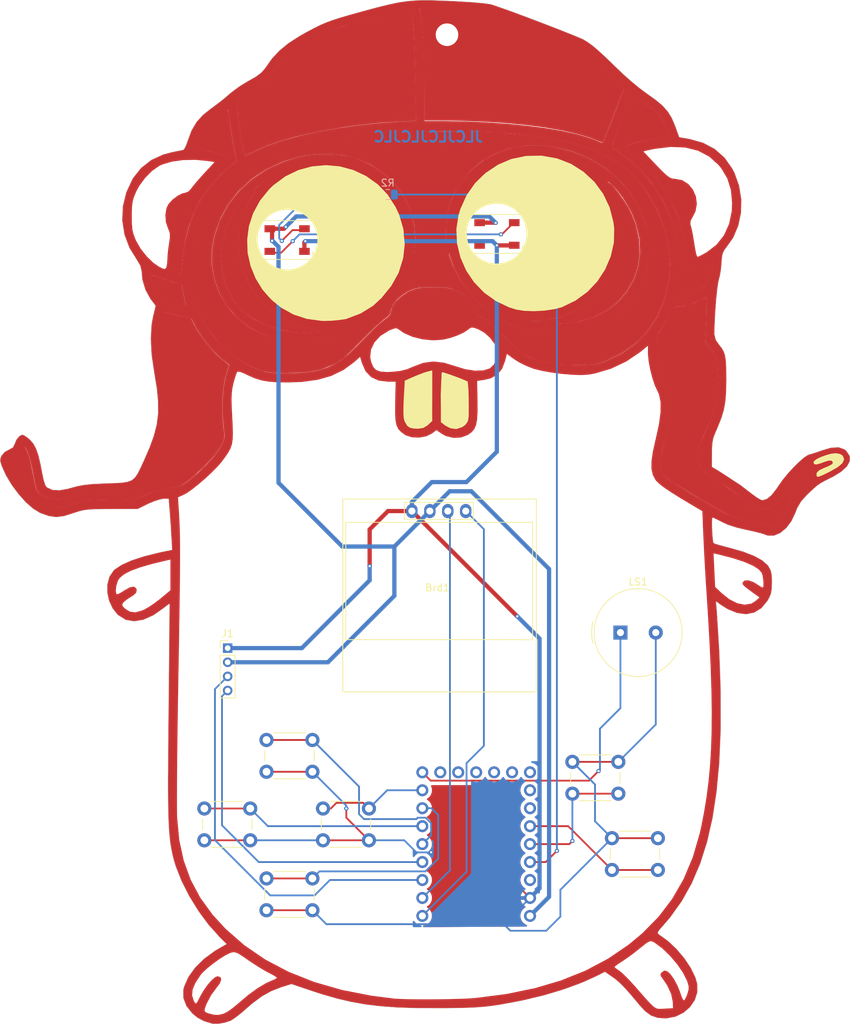
<source format=kicad_pcb>
(kicad_pcb (version 20240108) (generator "pcbnew") (generator_version "8.0")
  (layers (0 "F.Cu" signal) (31 "B.Cu" signal) (34 "B.Paste" user) (35 "F.Paste" user) (36 "B.SilkS" user "B.Silkscreen") (37 "F.SilkS" user "F.Silkscreen") (38 "B.Mask" user) (39 "F.Mask" user) (44 "Edge.Cuts" user))
  (net 0 "")
  (net 1 "GND")
  (net 2 "VCC")
  (net 3 "Net-(D1-DIN)")
  (net 4 "Net-(D1-DOUT)")
  (net 6 "/SDA")
  (net 7 "/SCL")
  (net 8 "/SDA1")
  (net 9 "/SCL1")
  (net 10 "Net-(U1-GP8)")
  (net 11 "/GP29")
  (net 12 "Net-(U1-GP4)")
  (net 13 "Net-(U1-GP5)")
  (net 14 "Net-(U1-GP6)")
  (net 15 "Net-(U1-GP7)")
  (net 16 "Net-(U1-GP28)")
  (net 17 "Net-(U1-GP27)")
  (footprint "MountingHole:MountingHole_3.2mm_M3" (layer "F.Cu") (at 119.24792 43.77944)
    (property "Reference" "REF**" (hide yes))
    (property "Value" "MountingHole_3.2mm_M3")
  )
  (footprint "LED_SMD:LED_WS2812B_PLCC4_5.0x5.0mm_P3.2mm" (layer "F.Cu") (at 96.61652 72.84212)
    (property "Reference" "D1" (hide yes))
    (property "Value" "WS2812B")
  )
  (footprint "LED_SMD:LED_WS2812B_PLCC4_5.0x5.0mm_P3.2mm" (layer "F.Cu") (at 126.3153 71.97832)
    (property "Reference" "D2" (hide yes))
    (property "Value" "WS2812B")
  )
  (footprint "rp2040-zero:my-rp2040-zero" (layer "F.Cu") (at 123.38 158.34 180)
    (property "Reference" "U1" (hide yes))
    (property "Value" "~" (hide yes))
  )
  (footprint "XIAO:128x64OLED" (layer "F.Cu") (at 117.9 121.8)
    (property "Reference" "Brd1")
    (property "Value" "SSD1306")
  )
  (footprint "Button_Switch_THT:SW_PUSH_6mm_H4.3mm" (layer "F.Cu") (at 137 146.7)
    (property "Reference" "SW5" (hide yes))
    (property "Value" "SW_Push")
  )
  (footprint "Button_Switch_THT:SW_PUSH_6mm_H4.3mm" (layer "F.Cu") (at 84.9 153.3)
    (property "Reference" "SW2" (hide yes))
    (property "Value" "SW_Push")
  )
  (footprint "Button_Switch_THT:SW_PUSH_6mm_H4.3mm" (layer "F.Cu") (at 93.7 163.2)
    (property "Reference" "SW3" (hide yes))
    (property "Value" "SW_Push")
  )
  (footprint "Connector_PinHeader_2.00mm:PinHeader_1x04_P2.00mm_Vertical" (layer "F.Cu") (at 88.2 130.6)
    (property "Reference" "J1")
    (property "Value" "Conn_01x04_Pin")
  )
  (footprint "gopher:gopher_pilot_v2" (layer "F.Cu") (at 116.0526 111.22152)
    (property "Reference" "G***" (hide yes))
    (property "Value" "LOGO" (hide yes))
  )
  (footprint "Button_Switch_THT:SW_PUSH_6mm_H4.3mm" (layer "F.Cu") (at 93.7 143.6)
    (property "Reference" "SW1" (hide yes))
    (property "Value" "SW_Push")
  )
  (footprint "Button_Switch_THT:SW_PUSH_6mm_H4.3mm" (layer "F.Cu") (at 101.7 153.3)
    (property "Reference" "SW4" (hide yes))
    (property "Value" "SW_Push")
  )
  (footprint "Button_Switch_THT:SW_PUSH_6mm_H4.3mm" (layer "F.Cu") (at 142.6 157.5)
    (property "Reference" "SW6" (hide yes))
    (property "Value" "SW_Push")
  )
  (footprint "Buzzer_Beeper:Buzzer_TDK_PS1240P02BT_D12.2mm_H6.5mm" (layer "F.Cu") (at 143.8 128.4)
    (property "Reference" "LS1")
    (property "Value" "Speaker")
  )
  (footprint "Resistor_SMD:R_0805_2012Metric" (layer "B.Cu") (at 110.8625 66.4 180)
    (property "Reference" "R2")
    (property "Value" "330")
  )
  (gr_line (start 157.34 124.03) (end 157.4 124.05) (stroke (width 0.05)) (layer "Edge.Cuts"))
  (gr_line (start 86.99 171.46) (end 86.7 171.12) (stroke (width 0.05)) (layer "Edge.Cuts"))
  (gr_line (start 158.79 90.81) (end 158.8 91.66) (stroke (width 0.05)) (layer "Edge.Cuts"))
  (gr_line (start 139.19 44.82) (end 139.85 45.29) (stroke (width 0.05)) (layer "Edge.Cuts"))
  (gr_line (start 153.73 175.78) (end 153.79 175.87) (stroke (width 0.05)) (layer "Edge.Cuts"))
  (gr_line (start 136.44 178.68) (end 135.61 178.97) (stroke (width 0.05)) (layer "Edge.Cuts"))
  (gr_line (start 95.53 46) (end 96.78 44.97) (stroke (width 0.05)) (layer "Edge.Cuts"))
  (gr_line (start 79.06 60.72) (end 80.34 60.38) (stroke (width 0.05)) (layer "Edge.Cuts"))
  (gr_line (start 68.27 111.03) (end 67.82 111.1) (stroke (width 0.05)) (layer "Edge.Cuts"))
  (gr_line (start 81.92 60.06) (end 82.1 59.84) (stroke (width 0.05)) (layer "Edge.Cuts"))
  (gr_line (start 154.44 162.68) (end 153.93 163.89) (stroke (width 0.05)) (layer "Edge.Cuts"))
  (gr_line (start 143.78 178.09) (end 143.44 177.77) (stroke (width 0.05)) (layer "Edge.Cuts"))
  (gr_line (start 157.86 132.17) (end 157.91 133.3) (stroke (width 0.05)) (layer "Edge.Cuts"))
  (gr_line (start 156.8 112.32) (end 156.78 112.77) (stroke (width 0.05)) (layer "Edge.Cuts"))
  (gr_line (start 158.43 88.59) (end 158.61 89.12) (stroke (width 0.05)) (layer "Edge.Cuts"))
  (gr_line (start 125.45 181.27) (end 124.82 181.35) (stroke (width 0.05)) (layer "Edge.Cuts"))
  (gr_line (start 57.91 101.94) (end 58.02 101.73) (stroke (width 0.05)) (layer "Edge.Cuts"))
  (gr_line (start 73.57 72.07) (end 73.26 70.07) (stroke (width 0.05)) (layer "Edge.Cuts"))
  (gr_line (start 122.63 39.15) (end 123.52 39.22) (stroke (width 0.05)) (layer "Edge.Cuts"))
  (gr_line (start 80.04 112.07) (end 79.98 111.24) (stroke (width 0.05)) (layer "Edge.Cuts"))
  (gr_line (start 155.14 161.05) (end 154.77 161.91) (stroke (width 0.05)) (layer "Edge.Cuts"))
  (gr_line (start 146.08 180.66) (end 145.68 180.19) (stroke (width 0.05)) (layer "Edge.Cuts"))
  (gr_line (start 157.32 99.97) (end 156.99 100.79) (stroke (width 0.05)) (layer "Edge.Cuts"))
  (gr_line (start 175.89 104.89) (end 175.06 105.66) (stroke (width 0.05)) (layer "Edge.Cuts"))
  (gr_line (start 157.65 148.57) (end 157.59 149.2) (stroke (width 0.05)) (layer "Edge.Cuts"))
  (gr_line (start 58.28 101.09) (end 58.69 100.59) (stroke (width 0.05)) (layer "Edge.Cuts"))
  (gr_line (start 59.16 100.37) (end 59.48 100.51) (stroke (width 0.05)) (layer "Edge.Cuts"))
  (gr_line (start 82.35 181.27) (end 81.92 180.17) (stroke (width 0.05)) (layer "Edge.Cuts"))
  (gr_line (start 130.33 180.4) (end 129.25 180.62) (stroke (width 0.05)) (layer "Edge.Cuts"))
  (gr_line (start 58.87 109.14) (end 58.6 108.83) (stroke (width 0.05)) (layer "Edge.Cuts"))
  (gr_line (start 84.78 183.4) (end 83.91 182.92) (stroke (width 0.05)) (layer "Edge.Cuts"))
  (gr_line (start 166.17 107.58) (end 166.56 107.04) (stroke (width 0.05)) (layer "Edge.Cuts"))
  (gr_line (start 100.3 42.89) (end 101.25 42.41) (stroke (width 0.05)) (layer "Edge.Cuts"))
  (gr_line (start 158.13 76.14) (end 158.06 76.89) (stroke (width 0.05)) (layer "Edge.Cuts"))
  (gr_line (start 165.26 120.73) (end 165.26 121.32) (stroke (width 0.05)) (layer "Edge.Cuts"))
  (gr_line (start 80.09 158.35) (end 79.99 157.5) (stroke (width 0.05)) (layer "Edge.Cuts"))
  (gr_line (start 79.92 129.57) (end 79.93 127.52) (stroke (width 0.05)) (layer "Edge.Cuts"))
  (gr_line (start 69.89 107.32) (end 71.38 107.25) (stroke (width 0.05)) (layer "Edge.Cuts"))
  (gr_line (start 85.74 170.06) (end 85.55 169.86) (stroke (width 0.05)) (layer "Edge.Cuts"))
  (gr_line (start 91.62 180.98) (end 90.51 181.95) (stroke (width 0.05)) (layer "Edge.Cuts"))
  (gr_line (start 152.54 166.38) (end 150.85 168.75) (stroke (width 0.05)) (layer "Edge.Cuts"))
  (gr_line (start 88.65 183.35) (end 87.72 183.66) (stroke (width 0.05)) (layer "Edge.Cuts"))
  (gr_line (start 136.21 43.46) (end 136.57 43.6) (stroke (width 0.05)) (layer "Edge.Cuts"))
  (gr_line (start 135.61 178.97) (end 133.89 179.5) (stroke (width 0.05)) (layer "Edge.Cuts"))
  (gr_line (start 85.06 169.2) (end 84.59 168.58) (stroke (width 0.05)) (layer "Edge.Cuts"))
  (gr_line (start 98.55 178.62) (end 97.24 178.17) (stroke (width 0.05)) (layer "Edge.Cuts"))
  (gr_line (start 77.61 100.88) (end 77.75 100.48) (stroke (width 0.05)) (layer "Edge.Cuts"))
  (gr_line (start 92.23 49.67) (end 92.91 49.16) (stroke (width 0.05)) (layer "Edge.Cuts"))
  (gr_line (start 157.38 81.17) (end 157.31 81.98) (stroke (width 0.05)) (layer "Edge.Cuts"))
  (gr_line (start 76.11 78.46) (end 75.99 77.17) (stroke (width 0.05)) (layer "Edge.Cuts"))
  (gr_line (start 161.59 125.82) (end 160.31 125.65) (stroke (width 0.05)) (layer "Edge.Cuts"))
  (gr_line (start 77.24 81.17) (end 76.54 79.88) (stroke (width 0.05)) (layer "Edge.Cuts"))
  (gr_line (start 157.55 126.68) (end 157.64 127.99) (stroke (width 0.05)) (layer "Edge.Cuts"))
  (gr_line (start 94.38 179.17) (end 93.25 179.8) (stroke (width 0.05)) (layer "Edge.Cuts"))
  (gr_line (start 73.23 107.17) (end 74.03 107.04) (stroke (width 0.05)) (layer "Edge.Cuts"))
  (gr_line (start 102.97 41.72) (end 103.28 41.62) (stroke (width 0.05)) (layer "Edge.Cuts"))
  (gr_line (start 68.96 107.37) (end 69.26 107.35) (stroke (width 0.05)) (layer "Edge.Cuts"))
  (gr_line (start 79.76 147.8) (end 79.76 145.83) (stroke (width 0.05)) (layer "Edge.Cuts"))
  (gr_line (start 157 115.72) (end 157.26 115.83) (stroke (width 0.05)) (layer "Edge.Cuts"))
  (gr_line (start 74.58 118.17) (end 76.35 117.59) (stroke (width 0.05)) (layer "Edge.Cuts"))
  (gr_line (start 162.72 117.52) (end 162.77 117.54) (stroke (width 0.05)) (layer "Edge.Cuts"))
  (gr_line (start 86.35 53.83) (end 86.86 53.44) (stroke (width 0.05)) (layer "Edge.Cuts"))
  (gr_line (start 61.08 102.31) (end 61.43 103.3) (stroke (width 0.05)) (layer "Edge.Cuts"))
  (gr_line (start 162.45 108.77) (end 163.08 109.23) (stroke (width 0.05)) (layer "Edge.Cuts"))
  (gr_line (start 139.52 177.45) (end 138.74 177.8) (stroke (width 0.05)) (layer "Edge.Cuts"))
  (gr_line (start 157.91 133.3) (end 157.95 134.45) (stroke (width 0.05)) (layer "Edge.Cuts"))
  (gr_line (start 103.28 41.62) (end 103.95 41.4) (stroke (width 0.05)) (layer "Edge.Cuts"))
  (gr_line (start 156.4 156.67) (end 156.17 157.72) (stroke (width 0.05)) (layer "Edge.Cuts"))
  (gr_line (start 79.75 152.34) (end 79.75 151.9) (stroke (width 0.05)) (layer "Edge.Cuts"))
  (gr_line (start 59.6 109.96) (end 58.87 109.14) (stroke (width 0.05)) (layer "Edge.Cuts"))
  (gr_line (start 163.82 114.4) (end 163.08 114.21) (stroke (width 0.05)) (layer "Edge.Cuts"))
  (gr_line (start 176.25 103.38) (end 176.27 103.42) (stroke (width 0.05)) (layer "Edge.Cuts"))
  (gr_line (start 157.23 83.19) (end 157.19 83.93) (stroke (width 0.05)) (layer "Edge.Cuts"))
  (gr_line (start 154.35 180.43) (end 153.67 181.43) (stroke (width 0.05)) (layer "Edge.Cuts"))
  (gr_line (start 157.64 127.99) (end 157.75 129.82) (stroke (width 0.05)) (layer "Edge.Cuts"))
  (gr_line (start 62.41 107.53) (end 62.61 107.82) (stroke (width 0.05)) (layer "Edge.Cuts"))
  (gr_line (start 173.88 106.38) (end 173.6 106.5) (stroke (width 0.05)) (layer "Edge.Cuts"))
  (gr_line (start 157.54 79.68) (end 157.47 80.33) (stroke (width 0.05)) (layer "Edge.Cuts"))
  (gr_line (start 69.25 110.96) (end 68.27 111.03) (stroke (width 0.05)) (layer "Edge.Cuts"))
  (gr_line (start 141.6 176.44) (end 140.95 176.77) (stroke (width 0.05)) (layer "Edge.Cuts"))
  (gr_line (start 165.24 122.22) (end 165.13 122.86) (stroke (width 0.05)) (layer "Edge.Cuts"))
  (gr_line (start 77.78 109.84) (end 77.03 110.15) (stroke (width 0.05)) (layer "Edge.Cuts"))
  (gr_line (start 152.74 182.23) (end 151.59 182.79) (stroke (width 0.05)) (layer "Edge.Cuts"))
  (gr_line (start 62 105.99) (end 62.17 106.77) (stroke (width 0.05)) (layer "Edge.Cuts"))
  (gr_line (start 157.86 98.67) (end 157.47 99.63) (stroke (width 0.05)) (layer "Edge.Cuts"))
  (gr_line (start 150.3 183.03) (end 150.07 183.03) (stroke (width 0.05)) (layer "Edge.Cuts"))
  (gr_line (start 100.92 179.42) (end 98.55 178.62) (stroke (width 0.05)) (layer "Edge.Cuts"))
  (gr_line (start 164.66 114.7) (end 163.82 114.4) (stroke (width 0.05)) (layer "Edge.Cuts"))
  (gr_line (start 157.87 145.67) (end 157.82 146.57) (stroke (width 0.05)) (layer "Edge.Cuts"))
  (gr_line (start 152.14 58.27) (end 153.6 58.52) (stroke (width 0.05)) (layer "Edge.Cuts"))
  (gr_line (start 76.35 117.59) (end 77.75 117.24) (stroke (width 0.05)) (layer "Edge.Cuts"))
  (gr_line (start 156.81 114.04) (end 156.82 114.27) (stroke (width 0.05)) (layer "Edge.Cuts"))
  (gr_line (start 94.46 47.13) (end 94.95 46.61) (stroke (width 0.05)) (layer "Edge.Cuts"))
  (gr_line (start 78.34 97.34) (end 78.33 95.68) (stroke (width 0.05)) (layer "Edge.Cuts"))
  (gr_line (start 97.24 178.17) (end 96.82 178.3) (stroke (width 0.05)) (layer "Edge.Cuts"))
  (gr_line (start 165.2 108.9) (end 165.94 107.93) (stroke (width 0.05)) (layer "Edge.Cuts"))
  (gr_line (start 158.66 95.77) (end 158.45 96.92) (stroke (width 0.05)) (layer "Edge.Cuts"))
  (gr_line (start 98.45 43.9) (end 99.39 43.37) (stroke (width 0.05)) (layer "Edge.Cuts"))
  (gr_line (start 160.51 70.8) (end 160.17 71.6) (stroke (width 0.05)) (layer "Edge.Cuts"))
  (gr_line (start 157.82 146.57) (end 157.82 146.85) (stroke (width 0.05)) (layer "Edge.Cuts"))
  (gr_line (start 79.14 109.47) (end 78.6 109.58) (stroke (width 0.05)) (layer "Edge.Cuts"))
  (gr_line (start 62.17 106.77) (end 62.41 107.53) (stroke (width 0.05)) (layer "Edge.Cuts"))
  (gr_line (start 71.15 122.74) (end 71.14 122.08) (stroke (width 0.05)) (layer "Edge.Cuts"))
  (gr_line (start 145.33 179.77) (end 144.91 179.29) (stroke (width 0.05)) (layer "Edge.Cuts"))
  (gr_line (start 176.22 104.27) (end 175.89 104.89) (stroke (width 0.05)) (layer "Edge.Cuts"))
  (gr_line (start 86.7 171.12) (end 85.74 170.06) (stroke (width 0.05)) (layer "Edge.Cuts"))
  (gr_line (start 134.77 42.89) (end 135.67 43.24) (stroke (width 0.05)) (layer "Edge.Cuts"))
  (gr_line (start 84.68 55.12) (end 85.28 54.64) (stroke (width 0.05)) (layer "Edge.Cuts"))
  (gr_line (start 169.4 109.84) (end 168.85 110.77) (stroke (width 0.05)) (layer "Edge.Cuts"))
  (gr_line (start 83.77 56.14) (end 84.68 55.12) (stroke (width 0.05)) (layer "Edge.Cuts"))
  (gr_line (start 119.14 181.58) (end 118.31 181.58) (stroke (width 0.05)) (layer "Edge.Cuts"))
  (gr_line (start 157.34 124.03) (end 157.48 125.51) (stroke (width 0.05)) (layer "Edge.Cuts"))
  (gr_line (start 149.11 170.96) (end 149.26 171.11) (stroke (width 0.05)) (layer "Edge.Cuts"))
  (gr_line (start 144.2 49.33) (end 144.7 49.79) (stroke (width 0.05)) (layer "Edge.Cuts"))
  (gr_line (start 74.62 106.82) (end 75.05 106.46) (stroke (width 0.05)) (layer "Edge.Cuts"))
  (gr_line (start 165.03 119.46) (end 165.2 120.02) (stroke (width 0.05)) (layer "Edge.Cuts"))
  (gr_line (start 154.71 179.31) (end 154.35 180.43) (stroke (width 0.05)) (layer "Edge.Cuts"))
  (gr_line (start 56.97 106.45) (end 56.78 106.12) (stroke (width 0.05)) (layer "Edge.Cuts"))
  (gr_line (start 83.32 166.65) (end 82.8 165.81) (stroke (width 0.05)) (layer "Edge.Cuts"))
  (gr_line (start 75.47 110.93) (end 74.42 110.93) (stroke (width 0.05)) (layer "Edge.Cuts"))
  (gr_line (start 145.53 50.51) (end 146.52 51.32) (stroke (width 0.05)) (layer "Edge.Cuts"))
  (gr_line (start 73.16 118.81) (end 74.58 118.17) (stroke (width 0.05)) (layer "Edge.Cuts"))
  (gr_line (start 160.17 71.6) (end 159.8 72.5) (stroke (width 0.05)) (layer "Edge.Cuts"))
  (gr_line (start 142.96 48.16) (end 143.47 48.64) (stroke (width 0.05)) (layer "Edge.Cuts"))
  (gr_line (start 78.33 95.68) (end 78.16 93.84) (stroke (width 0.05)) (layer "Edge.Cuts"))
  (gr_line (start 157.59 149.2) (end 157.48 150.38) (stroke (width 0.05)) (layer "Edge.Cuts"))
  (gr_line (start 159.95 106.96) (end 160.65 107.4) (stroke (width 0.05)) (layer "Edge.Cuts"))
  (gr_line (start 173.6 106.5) (end 173.21 106.71) (stroke (width 0.05)) (layer "Edge.Cuts"))
  (gr_line (start 85.55 169.86) (end 85.06 169.2) (stroke (width 0.05)) (layer "Edge.Cuts"))
  (gr_line (start 82.37 164.98) (end 82.03 164.31) (stroke (width 0.05)) (layer "Edge.Cuts"))
  (gr_line (start 107.56 181.03) (end 105.65 180.68) (stroke (width 0.05)) (layer "Edge.Cuts"))
  (gr_line (start 125.43 39.45) (end 125.54 39.48) (stroke (width 0.05)) (layer "Edge.Cuts"))
  (gr_line (start 79.88 156.3) (end 79.83 155.43) (stroke (width 0.05)) (layer "Edge.Cuts"))
  (gr_line (start 174.41 106.05) (end 173.88 106.38) (stroke (width 0.05)) (layer "Edge.Cuts"))
  (gr_line (start 76.36 103.96) (end 76.79 102.97) (stroke (width 0.05)) (layer "Edge.Cuts"))
  (gr_line (start 153.6 58.52) (end 155.49 59.05) (stroke (width 0.05)) (layer "Edge.Cuts"))
  (gr_line (start 75.08 75.24) (end 74.64 74.54) (stroke (width 0.05)) (layer "Edge.Cuts"))
  (gr_line (start 66.96 107.65) (end 67.92 107.48) (stroke (width 0.05)) (layer "Edge.Cuts"))
  (gr_line (start 158.29 74.78) (end 158.17 75.41) (stroke (width 0.05)) (layer "Edge.Cuts"))
  (gr_line (start 161.6 113.88) (end 160.24 113.56) (stroke (width 0.05)) (layer "Edge.Cuts"))
  (gr_line (start 79.96 124.37) (end 79.81 124.43) (stroke (width 0.05)) (layer "Edge.Cuts"))
  (gr_line (start 79.95 157.08) (end 79.88 156.3) (stroke (width 0.05)) (layer "Edge.Cuts"))
  (gr_line (start 149.91 171.57) (end 150.5 172) (stroke (width 0.05)) (layer "Edge.Cuts"))
  (gr_line (start 57.94 107.96) (end 57.71 107.65) (stroke (width 0.05)) (layer "Edge.Cuts"))
  (gr_line (start 106.13 40.77) (end 107.35 40.43) (stroke (width 0.05)) (layer "Edge.Cuts"))
  (gr_line (start 166.74 106.77) (end 167.43 105.92) (stroke (width 0.05)) (layer "Edge.Cuts"))
  (gr_line (start 102.14 42.03) (end 102.97 41.72) (stroke (width 0.05)) (layer "Edge.Cuts"))
  (gr_line (start 117.89 38.92) (end 118.88 38.95) (stroke (width 0.05)) (layer "Edge.Cuts"))
  (gr_line (start 160.65 107.4) (end 161 107.66) (stroke (width 0.05)) (layer "Edge.Cuts"))
  (gr_line (start 122.99 181.49) (end 121.91 181.53) (stroke (width 0.05)) (layer "Edge.Cuts"))
  (gr_line (start 78.6 109.58) (end 77.78 109.84) (stroke (width 0.05)) (layer "Edge.Cuts"))
  (gr_line (start 103.95 41.4) (end 105.2 41.03) (stroke (width 0.05)) (layer "Edge.Cuts"))
  (gr_line (start 72.03 119.61) (end 72.2 119.45) (stroke (width 0.05)) (layer "Edge.Cuts"))
  (gr_line (start 63.97 112.07) (end 62.89 111.93) (stroke (width 0.05)) (layer "Edge.Cuts"))
  (gr_line (start 78.16 93.84) (end 77.88 92.18) (stroke (width 0.05)) (layer "Edge.Cuts"))
  (gr_line (start 135.67 43.24) (end 136.21 43.46) (stroke (width 0.05)) (layer "Edge.Cuts"))
  (gr_line (start 157.11 86.2) (end 157.32 86.99) (stroke (width 0.05)) (layer "Edge.Cuts"))
  (gr_line (start 157.83 131.22) (end 157.86 132.17) (stroke (width 0.05)) (layer "Edge.Cuts"))
  (gr_line (start 159 113.16) (end 158.18 112.78) (stroke (width 0.05)) (layer "Edge.Cuts"))
  (gr_line (start 141.55 46.79) (end 142.17 47.4) (stroke (width 0.05)) (layer "Edge.Cuts"))
  (gr_line (start 80.34 60.38) (end 81.33 60.18) (stroke (width 0.05)) (layer "Edge.Cuts"))
  (gr_line (start 60.69 101.61) (end 61.08 102.31) (stroke (width 0.05)) (layer "Edge.Cuts"))
  (gr_line (start 56 104.15) (end 56.03 103.69) (stroke (width 0.05)) (layer "Edge.Cuts"))
  (gr_line (start 58.02 101.73) (end 58.28 101.09) (stroke (width 0.05)) (layer "Edge.Cuts"))
  (gr_line (start 152.39 173.92) (end 152.88 174.5) (stroke (width 0.05)) (layer "Edge.Cuts"))
  (gr_line (start 132.5 42.01) (end 133.28 42.31) (stroke (width 0.05)) (layer "Edge.Cuts"))
  (gr_line (start 156.99 100.79) (end 156.84 101.52) (stroke (width 0.05)) (layer "Edge.Cuts"))
  (gr_line (start 160.89 68.97) (end 160.51 70.8) (stroke (width 0.05)) (layer "Edge.Cuts"))
  (gr_line (start 151.2 172.65) (end 151.77 173.19) (stroke (width 0.05)) (layer "Edge.Cuts"))
  (gr_line (start 157.26 115.83) (end 157.74 115.97) (stroke (width 0.05)) (layer "Edge.Cuts"))
  (gr_line (start 77.36 85.71) (end 77.42 84.76) (stroke (width 0.05)) (layer "Edge.Cuts"))
  (gr_line (start 171.64 102.83) (end 172.27 102.61) (stroke (width 0.05)) (layer "Edge.Cuts"))
  (gr_line (start 150.5 172) (end 150.88 172.33) (stroke (width 0.05)) (layer "Edge.Cuts"))
  (gr_line (start 169.07 104.22) (end 169.75 103.62) (stroke (width 0.05)) (layer "Edge.Cuts"))
  (gr_line (start 115.22 181.57) (end 114.61 181.56) (stroke (width 0.05)) (layer "Edge.Cuts"))
  (gr_line (start 133.28 42.31) (end 134.04 42.61) (stroke (width 0.05)) (layer "Edge.Cuts"))
  (gr_line (start 60.2 101.06) (end 60.69 101.61) (stroke (width 0.05)) (layer "Edge.Cuts"))
  (gr_line (start 151.5 56.53) (end 151.75 57.18) (stroke (width 0.05)) (layer "Edge.Cuts"))
  (gr_line (start 118.31 181.58) (end 116.77 181.57) (stroke (width 0.05)) (layer "Edge.Cuts"))
  (gr_line (start 159.12 73.46) (end 158.51 74.29) (stroke (width 0.05)) (layer "Edge.Cuts"))
  (gr_line (start 83.55 175.84) (end 84.11 175.26) (stroke (width 0.05)) (layer "Edge.Cuts"))
  (gr_line (start 107.35 40.43) (end 109.58 39.83) (stroke (width 0.05)) (layer "Edge.Cuts"))
  (gr_line (start 158.35 116.14) (end 159.01 116.31) (stroke (width 0.05)) (layer "Edge.Cuts"))
  (gr_line (start 157.48 150.38) (end 157.43 150.94) (stroke (width 0.05)) (layer "Edge.Cuts"))
  (gr_line (start 82.61 165.46) (end 82.37 164.98) (stroke (width 0.05)) (layer "Edge.Cuts"))
  (gr_line (start 61.43 103.3) (end 61.68 104.36) (stroke (width 0.05)) (layer "Edge.Cuts"))
  (gr_line (start 71.71 120.08) (end 72.03 119.61) (stroke (width 0.05)) (layer "Edge.Cuts"))
  (gr_line (start 76.28 126.6) (end 74.98 126.82) (stroke (width 0.05)) (layer "Edge.Cuts"))
  (gr_line (start 65.61 108.02) (end 66.96 107.65) (stroke (width 0.05)) (layer "Edge.Cuts"))
  (gr_line (start 72.2 119.45) (end 73.16 118.81) (stroke (width 0.05)) (layer "Edge.Cuts"))
  (gr_line (start 99.39 43.37) (end 100.3 42.89) (stroke (width 0.05)) (layer "Edge.Cuts"))
  (gr_line (start 79.84 136.28) (end 79.88 132.9) (stroke (width 0.05)) (layer "Edge.Cuts"))
  (gr_line (start 163.78 124.95) (end 162.81 125.55) (stroke (width 0.05)) (layer "Edge.Cuts"))
  (gr_line (start 162.77 117.54) (end 163.61 118.01) (stroke (width 0.05)) (layer "Edge.Cuts"))
  (gr_line (start 140.49 177) (end 139.52 177.45) (stroke (width 0.05)) (layer "Edge.Cuts"))
  (gr_line (start 158.03 141.77) (end 157.99 143.01) (stroke (width 0.05)) (layer "Edge.Cuts"))
  (gr_line (start 109.93 181.31) (end 108.95 181.2) (stroke (width 0.05)) (layer "Edge.Cuts"))
  (gr_line (start 158.8 91.66) (end 158.81 92.57) (stroke (width 0.05)) (layer "Edge.Cuts"))
  (gr_line (start 168.02 112.65) (end 167.3 113.61) (stroke (width 0.05)) (layer "Edge.Cuts"))
  (gr_line (start 56.64 102.81) (end 57.69 102.24) (stroke (width 0.05)) (layer "Edge.Cuts"))
  (gr_line (start 86.4 173.41) (end 87.09 173.01) (stroke (width 0.05)) (layer "Edge.Cuts"))
  (gr_line (start 72.64 125.91) (end 71.9 124.99) (stroke (width 0.05)) (layer "Edge.Cuts"))
  (gr_line (start 82.03 164.31) (end 81.9 164.05) (stroke (width 0.05)) (layer "Edge.Cuts"))
  (gr_line (start 163.9 109.65) (end 164.53 109.46) (stroke (width 0.05)) (layer "Edge.Cuts"))
  (gr_line (start 120.36 181.56) (end 119.14 181.58) (stroke (width 0.05)) (layer "Edge.Cuts"))
  (gr_line (start 161.25 116.95) (end 162.72 117.52) (stroke (width 0.05)) (layer "Edge.Cuts"))
  (gr_line (start 79.83 109.48) (end 79.14 109.47) (stroke (width 0.05)) (layer "Edge.Cuts"))
  (gr_line (start 71.14 122.08) (end 71.16 121.56) (stroke (width 0.05)) (layer "Edge.Cuts"))
  (gr_line (start 71.44 120.5) (end 71.71 120.08) (stroke (width 0.05)) (layer "Edge.Cuts"))
  (gr_line (start 71.38 107.25) (end 72.14 107.23) (stroke (width 0.05)) (layer "Edge.Cuts"))
  (gr_line (start 89.86 51.07) (end 90.42 50.72) (stroke (width 0.05)) (layer "Edge.Cuts"))
  (gr_line (start 79.93 126.61) (end 79.95 125.25) (stroke (width 0.05)) (layer "Edge.Cuts"))
  (gr_line (start 81.9 178.98) (end 82.01 178.52) (stroke (width 0.05)) (layer "Edge.Cuts"))
  (gr_line (start 165.94 107.93) (end 166.17 107.58) (stroke (width 0.05)) (layer "Edge.Cuts"))
  (gr_line (start 157.64 78.97) (end 157.54 79.68) (stroke (width 0.05)) (layer "Edge.Cuts"))
  (gr_line (start 79.78 143.65) (end 79.8 142.01) (stroke (width 0.05)) (layer "Edge.Cuts"))
  (gr_line (start 131.54 41.65) (end 132.18 41.89) (stroke (width 0.05)) (layer "Edge.Cuts"))
  (gr_line (start 64.98 111.95) (end 63.97 112.07) (stroke (width 0.05)) (layer "Edge.Cuts"))
  (gr_line (start 150.25 169.44) (end 149.77 170) (stroke (width 0.05)) (layer "Edge.Cuts"))
  (gr_line (start 82.66 58.42) (end 83.06 57.34) (stroke (width 0.05)) (layer "Edge.Cuts"))
  (gr_line (start 125.54 39.48) (end 128.06 40.35) (stroke (width 0.05)) (layer "Edge.Cuts"))
  (gr_line (start 79.83 155.43) (end 79.79 154.28) (stroke (width 0.05)) (layer "Edge.Cuts"))
  (gr_line (start 162.81 125.55) (end 162.75 125.58) (stroke (width 0.05)) (layer "Edge.Cuts"))
  (gr_line (start 85.77 54.26) (end 86.35 53.83) (stroke (width 0.05)) (layer "Edge.Cuts"))
  (gr_line (start 98.28 44) (end 98.45 43.9) (stroke (width 0.05)) (layer "Edge.Cuts"))
  (gr_line (start 75.82 105.14) (end 76.36 103.96) (stroke (width 0.05)) (layer "Edge.Cuts"))
  (gr_line (start 168.8 104.47) (end 169.07 104.22) (stroke (width 0.05)) (layer "Edge.Cuts"))
  (gr_line (start 160.9 68.38) (end 160.89 68.97) (stroke (width 0.05)) (layer "Edge.Cuts"))
  (gr_line (start 79.21 124.9) (end 77.73 125.95) (stroke (width 0.05)) (layer "Edge.Cuts"))
  (gr_line (start 84.59 168.58) (end 84.15 167.97) (stroke (width 0.05)) (layer "Edge.Cuts"))
  (gr_line (start 157.43 150.94) (end 157.18 152.56) (stroke (width 0.05)) (layer "Edge.Cuts"))
  (gr_line (start 120.56 39.03) (end 121.29 39.07) (stroke (width 0.05)) (layer "Edge.Cuts"))
  (gr_line (start 157.73 105.51) (end 159.23 106.47) (stroke (width 0.05)) (layer "Edge.Cuts"))
  (gr_line (start 73.03 107.18) (end 73.23 107.17) (stroke (width 0.05)) (layer "Edge.Cuts"))
  (gr_line (start 159.97 63.32) (end 160.61 65.12) (stroke (width 0.05)) (layer "Edge.Cuts"))
  (gr_line (start 149.41 170.4) (end 149.14 170.77) (stroke (width 0.05)) (layer "Edge.Cuts"))
  (gr_line (start 146.52 51.32) (end 147.18 51.81) (stroke (width 0.05)) (layer "Edge.Cuts"))
  (gr_line (start 152.88 174.5) (end 153.73 175.78) (stroke (width 0.05)) (layer "Edge.Cuts"))
  (gr_line (start 158.25 124.65) (end 157.9 124.42) (stroke (width 0.05)) (layer "Edge.Cuts"))
  (gr_line (start 160.93 67.06) (end 160.92 67.76) (stroke (width 0.05)) (layer "Edge.Cuts"))
  (gr_line (start 173.21 106.71) (end 172.77 106.93) (stroke (width 0.05)) (layer "Edge.Cuts"))
  (gr_line (start 168.34 111.97) (end 168.02 112.65) (stroke (width 0.05)) (layer "Edge.Cuts"))
  (gr_line (start 157.18 152.56) (end 157.01 153.67) (stroke (width 0.05)) (layer "Edge.Cuts"))
  (gr_line (start 161 107.66) (end 161.46 108.01) (stroke (width 0.05)) (layer "Edge.Cuts"))
  (gr_line (start 74.71 64.2) (end 74.88 63.94) (stroke (width 0.05)) (layer "Edge.Cuts"))
  (gr_line (start 74.42 110.93) (end 72.59 110.93) (stroke (width 0.05)) (layer "Edge.Cuts"))
  (gr_line (start 172.37 107.15) (end 172.13 107.29) (stroke (width 0.05)) (layer "Edge.Cuts"))
  (gr_line (start 114.86 38.91) (end 115.62 38.89) (stroke (width 0.05)) (layer "Edge.Cuts"))
  (gr_line (start 134.04 42.61) (end 134.77 42.89) (stroke (width 0.05)) (layer "Edge.Cuts"))
  (gr_line (start 88.69 51.94) (end 89.86 51.07) (stroke (width 0.05)) (layer "Edge.Cuts"))
  (gr_line (start 161.17 116.92) (end 161.25 116.95) (stroke (width 0.05)) (layer "Edge.Cuts"))
  (gr_line (start 93.05 179.91) (end 92.18 180.56) (stroke (width 0.05)) (layer "Edge.Cuts"))
  (gr_line (start 56.2 103.31) (end 56.64 102.81) (stroke (width 0.05)) (layer "Edge.Cuts"))
  (gr_line (start 87.09 173.01) (end 87.72 172.65) (stroke (width 0.05)) (layer "Edge.Cuts"))
  (gr_line (start 113.74 39) (end 114.86 38.91) (stroke (width 0.05)) (layer "Edge.Cuts"))
  (gr_line (start 105.2 41.03) (end 106.13 40.77) (stroke (width 0.05)) (layer "Edge.Cuts"))
  (gr_line (start 138.55 44.43) (end 139.19 44.82) (stroke (width 0.05)) (layer "Edge.Cuts"))
  (gr_line (start 154.69 178.1) (end 154.71 179.31) (stroke (width 0.05)) (layer "Edge.Cuts"))
  (gr_line (start 155.4 160.23) (end 155.14 161.05) (stroke (width 0.05)) (layer "Edge.Cuts"))
  (gr_line (start 79.98 111.24) (end 79.89 110.16) (stroke (width 0.05)) (layer "Edge.Cuts"))
  (gr_line (start 77.42 89.12) (end 77.33 87.36) (stroke (width 0.05)) (layer "Edge.Cuts"))
  (gr_line (start 145.68 180.19) (end 145.33 179.77) (stroke (width 0.05)) (layer "Edge.Cuts"))
  (gr_line (start 121.91 181.53) (end 120.36 181.56) (stroke (width 0.05)) (layer "Edge.Cuts"))
  (gr_line (start 170.86 108.33) (end 170.33 108.82) (stroke (width 0.05)) (layer "Edge.Cuts"))
  (gr_line (start 92.18 180.56) (end 91.62 180.98) (stroke (width 0.05)) (layer "Edge.Cuts"))
  (gr_line (start 164.71 118.91) (end 165.03 119.46) (stroke (width 0.05)) (layer "Edge.Cuts"))
  (gr_line (start 157.19 83.93) (end 157.16 84.54) (stroke (width 0.05)) (layer "Edge.Cuts"))
  (gr_line (start 74.64 74.54) (end 74.28 73.95) (stroke (width 0.05)) (layer "Edge.Cuts"))
  (gr_line (start 108.95 181.2) (end 107.56 181.03) (stroke (width 0.05)) (layer "Edge.Cuts"))
  (gr_line (start 163.08 114.21) (end 162.13 113.99) (stroke (width 0.05)) (layer "Edge.Cuts"))
  (gr_line (start 165.24 122.11) (end 165.24 122.22) (stroke (width 0.05)) (layer "Edge.Cuts"))
  (gr_line (start 87.72 183.66) (end 86.88 183.79) (stroke (width 0.05)) (layer "Edge.Cuts"))
  (gr_line (start 162.13 113.99) (end 161.6 113.88) (stroke (width 0.05)) (layer "Edge.Cuts"))
  (gr_line (start 157.75 78.46) (end 157.64 78.97) (stroke (width 0.05)) (layer "Edge.Cuts"))
  (gr_line (start 149.81 53.83) (end 150.54 54.67) (stroke (width 0.05)) (layer "Edge.Cuts"))
  (gr_line (start 75.92 62.64) (end 77.36 61.5) (stroke (width 0.05)) (layer "Edge.Cuts"))
  (gr_line (start 156.82 114.27) (end 156.86 114.78) (stroke (width 0.05)) (layer "Edge.Cuts"))
  (gr_line (start 61.52 111.42) (end 60.63 110.86) (stroke (width 0.05)) (layer "Edge.Cuts"))
  (gr_line (start 138.26 44.29) (end 138.55 44.43) (stroke (width 0.05)) (layer "Edge.Cuts"))
  (gr_line (start 61.68 104.36) (end 61.77 104.79) (stroke (width 0.05)) (layer "Edge.Cuts"))
  (gr_line (start 73.26 70.07) (end 73.3 69.17) (stroke (width 0.05)) (layer "Edge.Cuts"))
  (gr_line (start 77.99 82.15) (end 77.24 81.17) (stroke (width 0.05)) (layer "Edge.Cuts"))
  (gr_line (start 130.65 41.31) (end 131.54 41.65) (stroke (width 0.05)) (layer "Edge.Cuts"))
  (gr_line (start 90.51 181.95) (end 90.02 182.37) (stroke (width 0.05)) (layer "Edge.Cuts"))
  (gr_line (start 158.02 140.11) (end 158.03 141.77) (stroke (width 0.05)) (layer "Edge.Cuts"))
  (gr_line (start 71.4 123.91) (end 71.15 122.74) (stroke (width 0.05)) (layer "Edge.Cuts"))
  (gr_line (start 97.35 44.6) (end 98.28 44) (stroke (width 0.05)) (layer "Edge.Cuts"))
  (gr_line (start 167.3 113.61) (end 166.41 114.34) (stroke (width 0.05)) (layer "Edge.Cuts"))
  (gr_line (start 170.5 103.18) (end 170.94 103.06) (stroke (width 0.05)) (layer "Edge.Cuts"))
  (gr_line (start 175.06 105.66) (end 174.41 106.05) (stroke (width 0.05)) (layer "Edge.Cuts"))
  (gr_line (start 137.75 178.2) (end 136.44 178.68) (stroke (width 0.05)) (layer "Edge.Cuts"))
  (gr_line (start 77.33 87.36) (end 77.3 86.81) (stroke (width 0.05)) (layer "Edge.Cuts"))
  (gr_line (start 168.6 111.41) (end 168.34 111.97) (stroke (width 0.05)) (layer "Edge.Cuts"))
  (gr_line (start 75.81 76.46) (end 75.52 75.97) (stroke (width 0.05)) (layer "Edge.Cuts"))
  (gr_line (start 157.75 129.82) (end 157.83 131.22) (stroke (width 0.05)) (layer "Edge.Cuts"))
  (gr_line (start 129.25 180.62) (end 127.61 180.93) (stroke (width 0.05)) (layer "Edge.Cuts"))
  (gr_line (start 62.61 107.82) (end 63.38 108.18) (stroke (width 0.05)) (layer "Edge.Cuts"))
  (gr_line (start 158.06 76.89) (end 157.95 77.58) (stroke (width 0.05)) (layer "Edge.Cuts"))
  (gr_line (start 158.79 93.87) (end 158.78 94.42) (stroke (width 0.05)) (layer "Edge.Cuts"))
  (gr_line (start 123.79 181.44) (end 122.99 181.49) (stroke (width 0.05)) (layer "Edge.Cuts"))
  (gr_line (start 81.92 180.17) (end 81.9 178.98) (stroke (width 0.05)) (layer "Edge.Cuts"))
  (gr_line (start 156.17 157.72) (end 156.1 158.06) (stroke (width 0.05)) (layer "Edge.Cuts"))
  (gr_line (start 73.34 68.09) (end 73.83 66.08) (stroke (width 0.05)) (layer "Edge.Cuts"))
  (gr_line (start 77.3 86.81) (end 77.36 85.71) (stroke (width 0.05)) (layer "Edge.Cuts"))
  (gr_line (start 157.95 134.45) (end 158 135.64) (stroke (width 0.05)) (layer "Edge.Cuts"))
  (gr_line (start 105.65 180.68) (end 103.85 180.27) (stroke (width 0.05)) (layer "Edge.Cuts"))
  (gr_line (start 114.61 181.56) (end 113.12 181.51) (stroke (width 0.05)) (layer "Edge.Cuts"))
  (gr_line (start 71.01 110.94) (end 69.25 110.96) (stroke (width 0.05)) (layer "Edge.Cuts"))
  (gr_line (start 110.84 181.38) (end 109.93 181.31) (stroke (width 0.05)) (layer "Edge.Cuts"))
  (gr_line (start 153.07 165.42) (end 152.54 166.38) (stroke (width 0.05)) (layer "Edge.Cuts"))
  (gr_line (start 157.82 146.85) (end 157.73 147.72) (stroke (width 0.05)) (layer "Edge.Cuts"))
  (gr_line (start 132.8 179.81) (end 131.39 180.14) (stroke (width 0.05)) (layer "Edge.Cuts"))
  (gr_line (start 175.19 102.33) (end 175.52 102.45) (stroke (width 0.05)) (layer "Edge.Cuts"))
  (gr_line (start 156.1 158.06) (end 155.67 159.37) (stroke (width 0.05)) (layer "Edge.Cuts"))
  (gr_line (start 142.9 177.34) (end 141.6 176.44) (stroke (width 0.05)) (layer "Edge.Cuts"))
  (gr_line (start 61.78 111.54) (end 61.52 111.42) (stroke (width 0.05)) (layer "Edge.Cuts"))
  (gr_line (start 79.95 125.25) (end 79.96 124.37) (stroke (width 0.05)) (layer "Edge.Cuts"))
  (gr_line (start 94.83 178.99) (end 94.38 179.17) (stroke (width 0.05)) (layer "Edge.Cuts"))
  (gr_line (start 158.06 98.19) (end 157.86 98.67) (stroke (width 0.05)) (layer "Edge.Cuts"))
  (gr_line (start 82.1 59.84) (end 82.34 59.32) (stroke (width 0.05)) (layer "Edge.Cuts"))
  (gr_line (start 139.85 45.29) (end 140.33 45.7) (stroke (width 0.05)) (layer "Edge.Cuts"))
  (gr_line (start 148.11 182.62) (end 147.26 181.99) (stroke (width 0.05)) (layer "Edge.Cuts"))
  (gr_line (start 173.62 102.21) (end 174.68 102.16) (stroke (width 0.05)) (layer "Edge.Cuts"))
  (gr_line (start 77.73 125.95) (end 76.28 126.6) (stroke (width 0.05)) (layer "Edge.Cuts"))
  (gr_line (start 76.54 79.88) (end 76.11 78.46) (stroke (width 0.05)) (layer "Edge.Cuts"))
  (gr_line (start 146.42 181.08) (end 146.08 180.66) (stroke (width 0.05)) (layer "Edge.Cuts"))
  (gr_line (start 136.57 43.6) (end 137.07 43.8) (stroke (width 0.05)) (layer "Edge.Cuts"))
  (gr_line (start 137.07 43.8) (end 138.26 44.29) (stroke (width 0.05)) (layer "Edge.Cuts"))
  (gr_line (start 71.16 121.56) (end 71.44 120.5) (stroke (width 0.05)) (layer "Edge.Cuts"))
  (gr_line (start 157.01 153.67) (end 156.87 154.64) (stroke (width 0.05)) (layer "Edge.Cuts"))
  (gr_line (start 60.63 110.86) (end 59.6 109.96) (stroke (width 0.05)) (layer "Edge.Cuts"))
  (gr_line (start 157.95 77.58) (end 157.89 77.92) (stroke (width 0.05)) (layer "Edge.Cuts"))
  (gr_line (start 158.71 89.7) (end 158.73 89.82) (stroke (width 0.05)) (layer "Edge.Cuts"))
  (gr_line (start 79.88 132.9) (end 79.92 129.57) (stroke (width 0.05)) (layer "Edge.Cuts"))
  (gr_line (start 121.29 39.07) (end 122.63 39.15) (stroke (width 0.05)) (layer "Edge.Cuts"))
  (gr_line (start 151.75 57.18) (end 151.84 57.45) (stroke (width 0.05)) (layer "Edge.Cuts"))
  (gr_line (start 79.93 127.52) (end 79.93 126.61) (stroke (width 0.05)) (layer "Edge.Cuts"))
  (gr_line (start 133.89 179.5) (end 132.8 179.81) (stroke (width 0.05)) (layer "Edge.Cuts"))
  (gr_line (start 161.77 108.25) (end 162.45 108.77) (stroke (width 0.05)) (layer "Edge.Cuts"))
  (gr_line (start 79.75 151.9) (end 79.74 150.38) (stroke (width 0.05)) (layer "Edge.Cuts"))
  (gr_line (start 158.78 94.42) (end 158.71 95.19) (stroke (width 0.05)) (layer "Edge.Cuts"))
  (gr_line (start 82.8 165.81) (end 82.61 165.46) (stroke (width 0.05)) (layer "Edge.Cuts"))
  (gr_line (start 157.03 112.21) (end 156.85 112.14) (stroke (width 0.05)) (layer "Edge.Cuts"))
  (gr_line (start 74.03 107.04) (end 74.62 106.82) (stroke (width 0.05)) (layer "Edge.Cuts"))
  (gr_line (start 140.84 46.14) (end 141.55 46.79) (stroke (width 0.05)) (layer "Edge.Cuts"))
  (gr_line (start 103.85 180.27) (end 102.02 179.75) (stroke (width 0.05)) (layer "Edge.Cuts"))
  (gr_line (start 59.12 100.37) (end 59.16 100.37) (stroke (width 0.05)) (layer "Edge.Cuts"))
  (gr_line (start 81.9 164.05) (end 81.63 163.51) (stroke (width 0.05)) (layer "Edge.Cuts"))
  (gr_line (start 117.07 38.89) (end 117.89 38.92) (stroke (width 0.05)) (layer "Edge.Cuts"))
  (gr_line (start 88.2 52.35) (end 88.69 51.94) (stroke (width 0.05)) (layer "Edge.Cuts"))
  (gr_line (start 158.02 136.64) (end 158.01 137.89) (stroke (width 0.05)) (layer "Edge.Cuts"))
  (gr_line (start 156.78 112.77) (end 156.78 113.36) (stroke (width 0.05)) (layer "Edge.Cuts"))
  (gr_line (start 151.59 182.79) (end 150.3 183.03) (stroke (width 0.05)) (layer "Edge.Cuts"))
  (gr_line (start 90.42 50.72) (end 91.04 50.35) (stroke (width 0.05)) (layer "Edge.Cuts"))
  (gr_line (start 84.15 167.97) (end 83.76 167.37) (stroke (width 0.05)) (layer "Edge.Cuts"))
  (gr_line (start 169.71 109.49) (end 169.4 109.84) (stroke (width 0.05)) (layer "Edge.Cuts"))
  (gr_line (start 75.42 105.93) (end 75.82 105.14) (stroke (width 0.05)) (layer "Edge.Cuts"))
  (gr_line (start 72.14 107.23) (end 73.03 107.18) (stroke (width 0.05)) (layer "Edge.Cuts"))
  (gr_line (start 160.61 65.12) (end 160.93 67.06) (stroke (width 0.05)) (layer "Edge.Cuts"))
  (gr_line (start 80.11 113.05) (end 80.04 112.07) (stroke (width 0.05)) (layer "Edge.Cuts"))
  (gr_line (start 158.18 112.78) (end 157.81 112.59) (stroke (width 0.05)) (layer "Edge.Cuts"))
  (gr_line (start 96.82 178.3) (end 95.76 178.63) (stroke (width 0.05)) (layer "Edge.Cuts"))
  (gr_line (start 148.36 52.67) (end 148.86 53.03) (stroke (width 0.05)) (layer "Edge.Cuts"))
  (gr_line (start 81.63 163.51) (end 81.23 162.5) (stroke (width 0.05)) (layer "Edge.Cuts"))
  (gr_line (start 176.29 104.14) (end 176.22 104.27) (stroke (width 0.05)) (layer "Edge.Cuts"))
  (gr_line (start 155.49 59.05) (end 157.17 59.94) (stroke (width 0.05)) (layer "Edge.Cuts"))
  (gr_line (start 148.86 53.03) (end 149.81 53.83) (stroke (width 0.05)) (layer "Edge.Cuts"))
  (gr_line (start 156.78 113.36) (end 156.81 114.04) (stroke (width 0.05)) (layer "Edge.Cuts"))
  (gr_line (start 175.52 102.45) (end 175.56 102.47) (stroke (width 0.05)) (layer "Edge.Cuts"))
  (gr_line (start 165.13 122.86) (end 164.88 123.47) (stroke (width 0.05)) (layer "Edge.Cuts"))
  (gr_line (start 67.24 111.23) (end 66.34 111.52) (stroke (width 0.05)) (layer "Edge.Cuts"))
  (gr_line (start 79.74 149.46) (end 79.76 147.8) (stroke (width 0.05)) (layer "Edge.Cuts"))
  (gr_line (start 83.16 182.31) (end 82.35 181.27) (stroke (width 0.05)) (layer "Edge.Cuts"))
  (gr_line (start 126.6 181.11) (end 125.45 181.27) (stroke (width 0.05)) (layer "Edge.Cuts"))
  (gr_line (start 77.62 90.49) (end 77.42 89.12) (stroke (width 0.05)) (layer "Edge.Cuts"))
  (gr_line (start 86.04 183.8) (end 84.78 183.4) (stroke (width 0.05)) (layer "Edge.Cuts"))
  (gr_line (start 75.52 75.97) (end 75.08 75.24) (stroke (width 0.05)) (layer "Edge.Cuts"))
  (gr_line (start 157.79 87.66) (end 158.15 88.11) (stroke (width 0.05)) (layer "Edge.Cuts"))
  (gr_line (start 77.75 117.24) (end 78.67 117.01) (stroke (width 0.05)) (layer "Edge.Cuts"))
  (gr_line (start 84.11 175.26) (end 84.84 174.56) (stroke (width 0.05)) (layer "Edge.Cuts"))
  (gr_line (start 140.95 176.77) (end 140.49 177) (stroke (width 0.05)) (layer "Edge.Cuts"))
  (gr_line (start 82.6 177.18) (end 82.82 176.84) (stroke (width 0.05)) (layer "Edge.Cuts"))
  (gr_line (start 163.92 118.19) (end 164.66 118.85) (stroke (width 0.05)) (layer "Edge.Cuts"))
  (gr_line (start 59.94 100.84) (end 60.2 101.06) (stroke (width 0.05)) (layer "Edge.Cuts"))
  (gr_line (start 159.66 62.73) (end 159.97 63.32) (stroke (width 0.05)) (layer "Edge.Cuts"))
  (gr_line (start 158.55 61.16) (end 159.66 62.73) (stroke (width 0.05)) (layer "Edge.Cuts"))
  (gr_line (start 160.31 125.65) (end 158.95 125.09) (stroke (width 0.05)) (layer "Edge.Cuts"))
  (gr_line (start 171.7 107.58) (end 171.4 107.83) (stroke (width 0.05)) (layer "Edge.Cuts"))
  (gr_line (start 112.2 39.23) (end 112.77 39.13) (stroke (width 0.05)) (layer "Edge.Cuts"))
  (gr_line (start 167.43 105.92) (end 168.12 105.16) (stroke (width 0.05)) (layer "Edge.Cuts"))
  (gr_line (start 156.77 104.93) (end 157.73 105.51) (stroke (width 0.05)) (layer "Edge.Cuts"))
  (gr_line (start 149.02 182.94) (end 148.11 182.62) (stroke (width 0.05)) (layer "Edge.Cuts"))
  (gr_line (start 158.71 95.19) (end 158.66 95.77) (stroke (width 0.05)) (layer "Edge.Cuts"))
  (gr_line (start 159.23 106.47) (end 159.95 106.96) (stroke (width 0.05)) (layer "Edge.Cuts"))
  (gr_line (start 140.33 45.7) (end 140.84 46.14) (stroke (width 0.05)) (layer "Edge.Cuts"))
  (gr_line (start 131.39 180.14) (end 130.33 180.4) (stroke (width 0.05)) (layer "Edge.Cuts"))
  (gr_line (start 156.77 104) (end 156.77 104.93) (stroke (width 0.05)) (layer "Edge.Cuts"))
  (gr_line (start 157.67 87.48) (end 157.79 87.66) (stroke (width 0.05)) (layer "Edge.Cuts"))
  (gr_line (start 74.28 73.95) (end 73.57 72.07) (stroke (width 0.05)) (layer "Edge.Cuts"))
  (gr_line (start 157.89 77.92) (end 157.75 78.46) (stroke (width 0.05)) (layer "Edge.Cuts"))
  (gr_line (start 87.72 172.65) (end 88.02 172.48) (stroke (width 0.05)) (layer "Edge.Cuts"))
  (gr_line (start 128.06 40.35) (end 128.9 40.66) (stroke (width 0.05)) (layer "Edge.Cuts"))
  (gr_line (start 78.15 98.88) (end 78.34 97.34) (stroke (width 0.05)) (layer "Edge.Cuts"))
  (gr_line (start 158 135.64) (end 158.02 136.64) (stroke (width 0.05)) (layer "Edge.Cuts"))
  (gr_line (start 83.06 57.34) (end 83.77 56.14) (stroke (width 0.05)) (layer "Edge.Cuts"))
  (gr_line (start 57.58 107.46) (end 56.97 106.45) (stroke (width 0.05)) (layer "Edge.Cuts"))
  (gr_line (start 160.12 116.62) (end 161.17 116.92) (stroke (width 0.05)) (layer "Edge.Cuts"))
  (gr_line (start 73.83 66.08) (end 74.71 64.2) (stroke (width 0.05)) (layer "Edge.Cuts"))
  (gr_line (start 157.31 81.98) (end 157.23 83.19) (stroke (width 0.05)) (layer "Edge.Cuts"))
  (gr_line (start 81.23 162.5) (end 80.82 161.45) (stroke (width 0.05)) (layer "Edge.Cuts"))
  (gr_line (start 89.25 182.96) (end 88.65 183.35) (stroke (width 0.05)) (layer "Edge.Cuts"))
  (gr_line (start 79.66 116.81) (end 80.33 116.68) (stroke (width 0.05)) (layer "Edge.Cuts"))
  (gr_line (start 101.25 42.41) (end 102.14 42.03) (stroke (width 0.05)) (layer "Edge.Cuts"))
  (gr_line (start 157.47 99.63) (end 157.32 99.97) (stroke (width 0.05)) (layer "Edge.Cuts"))
  (gr_line (start 80.34 159.68) (end 80.2 158.99) (stroke (width 0.05)) (layer "Edge.Cuts"))
  (gr_line (start 82.82 176.84) (end 83.55 175.84) (stroke (width 0.05)) (layer "Edge.Cuts"))
  (gr_line (start 165.26 121.32) (end 165.24 122.11) (stroke (width 0.05)) (layer "Edge.Cuts"))
  (gr_line (start 144.7 49.79) (end 145.26 50.28) (stroke (width 0.05)) (layer "Edge.Cuts"))
  (gr_line (start 156.77 102.96) (end 156.77 104) (stroke (width 0.05)) (layer "Edge.Cuts"))
  (gr_line (start 165.2 120.02) (end 165.26 120.73) (stroke (width 0.05)) (layer "Edge.Cuts"))
  (gr_line (start 112.15 181.48) (end 110.84 181.38) (stroke (width 0.05)) (layer "Edge.Cuts"))
  (gr_line (start 116.77 181.57) (end 115.22 181.57) (stroke (width 0.05)) (layer "Edge.Cuts"))
  (gr_line (start 62.89 111.93) (end 61.78 111.54) (stroke (width 0.05)) (layer "Edge.Cuts"))
  (gr_line (start 109.58 39.83) (end 110.9 39.51) (stroke (width 0.05)) (layer "Edge.Cuts"))
  (gr_line (start 176.27 103.42) (end 176.29 104.11) (stroke (width 0.05)) (layer "Edge.Cuts"))
  (gr_line (start 157.47 80.33) (end 157.38 81.17) (stroke (width 0.05)) (layer "Edge.Cuts"))
  (gr_line (start 79.99 157.5) (end 79.95 157.08) (stroke (width 0.05)) (layer "Edge.Cuts"))
  (gr_line (start 80.82 161.45) (end 80.5 160.38) (stroke (width 0.05)) (layer "Edge.Cuts"))
  (gr_line (start 157.17 59.94) (end 158.55 61.16) (stroke (width 0.05)) (layer "Edge.Cuts"))
  (gr_line (start 115.99 38.89) (end 117.07 38.89) (stroke (width 0.05)) (layer "Edge.Cuts"))
  (gr_line (start 128.9 40.66) (end 129.82 41) (stroke (width 0.05)) (layer "Edge.Cuts"))
  (gr_line (start 158.17 75.41) (end 158.13 76.14) (stroke (width 0.05)) (layer "Edge.Cuts"))
  (gr_line (start 66.34 111.52) (end 64.98 111.95) (stroke (width 0.05)) (layer "Edge.Cuts"))
  (gr_line (start 159.39 116.41) (end 160.12 116.62) (stroke (width 0.05)) (layer "Edge.Cuts"))
  (gr_line (start 67.92 107.48) (end 68.96 107.37) (stroke (width 0.05)) (layer "Edge.Cuts"))
  (gr_line (start 157.32 86.99) (end 157.67 87.48) (stroke (width 0.05)) (layer "Edge.Cuts"))
  (gr_line (start 76.79 102.97) (end 77.12 102.21) (stroke (width 0.05)) (layer "Edge.Cuts"))
  (gr_line (start 85.63 173.97) (end 86.4 173.41) (stroke (width 0.05)) (layer "Edge.Cuts"))
  (gr_line (start 58.6 108.83) (end 57.94 107.96) (stroke (width 0.05)) (layer "Edge.Cuts"))
  (gr_line (start 163.61 109.55) (end 163.9 109.65) (stroke (width 0.05)) (layer "Edge.Cuts"))
  (gr_line (start 158.15 88.11) (end 158.43 88.59) (stroke (width 0.05)) (layer "Edge.Cuts"))
  (gr_line (start 58.69 100.59) (end 59.12 100.37) (stroke (width 0.05)) (layer "Edge.Cuts"))
  (gr_line (start 158.95 125.09) (end 158.25 124.65) (stroke (width 0.05)) (layer "Edge.Cuts"))
  (gr_line (start 158.61 89.12) (end 158.71 89.7) (stroke (width 0.05)) (layer "Edge.Cuts"))
  (gr_line (start 56.19 104.8) (end 56 104.15) (stroke (width 0.05)) (layer "Edge.Cuts"))
  (gr_line (start 145.26 50.28) (end 145.53 50.51) (stroke (width 0.05)) (layer "Edge.Cuts"))
  (gr_line (start 166.56 107.04) (end 166.74 106.77) (stroke (width 0.05)) (layer "Edge.Cuts"))
  (gr_line (start 156.94 115.51) (end 157 115.72) (stroke (width 0.05)) (layer "Edge.Cuts"))
  (gr_line (start 157.17 112.28) (end 157.03 112.21) (stroke (width 0.05)) (layer "Edge.Cuts"))
  (gr_line (start 79.81 124.43) (end 79.21 124.9) (stroke (width 0.05)) (layer "Edge.Cuts"))
  (gr_line (start 174.68 102.16) (end 174.73 102.17) (stroke (width 0.05)) (layer "Edge.Cuts"))
  (gr_line (start 82.34 59.32) (end 82.66 58.42) (stroke (width 0.05)) (layer "Edge.Cuts"))
  (gr_line (start 151.77 173.19) (end 152.39 173.92) (stroke (width 0.05)) (layer "Edge.Cuts"))
  (gr_line (start 157.45 112.41) (end 157.17 112.28) (stroke (width 0.05)) (layer "Edge.Cuts"))
  (gr_line (start 91.84 49.9) (end 92.23 49.67) (stroke (width 0.05)) (layer "Edge.Cuts"))
  (gr_line (start 157.99 143.01) (end 157.92 144.38) (stroke (width 0.05)) (layer "Edge.Cuts"))
  (gr_line (start 175.56 102.47) (end 175.81 102.69) (stroke (width 0.05)) (layer "Edge.Cuts"))
  (gr_line (start 149.14 170.77) (end 149.11 170.96) (stroke (width 0.05)) (layer "Edge.Cuts"))
  (gr_line (start 80.5 160.38) (end 80.34 159.68) (stroke (width 0.05)) (layer "Edge.Cuts"))
  (gr_line (start 79.76 145.83) (end 79.76 144.8) (stroke (width 0.05)) (layer "Edge.Cuts"))
  (gr_line (start 170.94 103.06) (end 171.64 102.83) (stroke (width 0.05)) (layer "Edge.Cuts"))
  (gr_line (start 163.08 109.23) (end 163.61 109.55) (stroke (width 0.05)) (layer "Edge.Cuts"))
  (gr_line (start 85.28 54.64) (end 85.77 54.26) (stroke (width 0.05)) (layer "Edge.Cuts"))
  (gr_line (start 157.9 124.42) (end 157.56 124.17) (stroke (width 0.05)) (layer "Edge.Cuts"))
  (gr_line (start 173.42 102.27) (end 173.62 102.21) (stroke (width 0.05)) (layer "Edge.Cuts"))
  (gr_line (start 59.48 100.51) (end 59.94 100.84) (stroke (width 0.05)) (layer "Edge.Cuts"))
  (gr_line (start 156.9 115.21) (end 156.94 115.51) (stroke (width 0.05)) (layer "Edge.Cuts"))
  (gr_line (start 142.44 47.64) (end 142.96 48.16) (stroke (width 0.05)) (layer "Edge.Cuts"))
  (gr_line (start 127.61 180.93) (end 126.6 181.11) (stroke (width 0.05)) (layer "Edge.Cuts"))
  (gr_line (start 71.9 124.99) (end 71.4 123.91) (stroke (width 0.05)) (layer "Edge.Cuts"))
  (gr_line (start 163.61 118.01) (end 163.92 118.19) (stroke (width 0.05)) (layer "Edge.Cuts"))
  (gr_line (start 175.81 102.69) (end 176.25 103.38) (stroke (width 0.05)) (layer "Edge.Cuts"))
  (gr_line (start 156.87 115) (end 156.9 115.21) (stroke (width 0.05)) (layer "Edge.Cuts"))
  (gr_line (start 79.89 110.16) (end 79.83 109.48) (stroke (width 0.05)) (layer "Edge.Cuts"))
  (gr_line (start 74.88 63.94) (end 75.92 62.64) (stroke (width 0.05)) (layer "Edge.Cuts"))
  (gr_line (start 154.44 177.22) (end 154.69 178.1) (stroke (width 0.05)) (layer "Edge.Cuts"))
  (gr_line (start 156.86 114.78) (end 156.87 115) (stroke (width 0.05)) (layer "Edge.Cuts"))
  (gr_line (start 176.29 104.11) (end 176.29 104.14) (stroke (width 0.05)) (layer "Edge.Cuts"))
  (gr_line (start 151.84 57.45) (end 152.14 58.27) (stroke (width 0.05)) (layer "Edge.Cuts"))
  (gr_line (start 143.47 48.64) (end 144.2 49.33) (stroke (width 0.05)) (layer "Edge.Cuts"))
  (gr_line (start 92.91 49.16) (end 93.42 48.6) (stroke (width 0.05)) (layer "Edge.Cuts"))
  (gr_line (start 159.8 72.5) (end 159.12 73.46) (stroke (width 0.05)) (layer "Edge.Cuts"))
  (gr_line (start 143.44 177.77) (end 142.9 177.34) (stroke (width 0.05)) (layer "Edge.Cuts"))
  (gr_line (start 83.76 167.37) (end 83.32 166.65) (stroke (width 0.05)) (layer "Edge.Cuts"))
  (gr_line (start 158.81 92.57) (end 158.79 93.87) (stroke (width 0.05)) (layer "Edge.Cuts"))
  (gr_line (start 172.13 107.29) (end 171.7 107.58) (stroke (width 0.05)) (layer "Edge.Cuts"))
  (gr_line (start 113.12 181.51) (end 112.15 181.48) (stroke (width 0.05)) (layer "Edge.Cuts"))
  (gr_line (start 170.33 108.82) (end 169.71 109.49) (stroke (width 0.05)) (layer "Edge.Cuts"))
  (gr_line (start 57.69 102.24) (end 57.79 102.19) (stroke (width 0.05)) (layer "Edge.Cuts"))
  (gr_line (start 164.63 123.92) (end 163.78 124.95) (stroke (width 0.05)) (layer "Edge.Cuts"))
  (gr_line (start 149.26 171.11) (end 149.91 171.57) (stroke (width 0.05)) (layer "Edge.Cuts"))
  (gr_line (start 63.38 108.18) (end 64.35 108.25) (stroke (width 0.05)) (layer "Edge.Cuts"))
  (gr_line (start 77.36 61.5) (end 79.06 60.72) (stroke (width 0.05)) (layer "Edge.Cuts"))
  (gr_line (start 150.88 172.33) (end 151.2 172.65) (stroke (width 0.05)) (layer "Edge.Cuts"))
  (gr_line (start 158.73 89.82) (end 158.79 90.81) (stroke (width 0.05)) (layer "Edge.Cuts"))
  (gr_line (start 132.18 41.89) (end 132.5 42.01) (stroke (width 0.05)) (layer "Edge.Cuts"))
  (gr_line (start 165.54 114.7) (end 164.66 114.7) (stroke (width 0.05)) (layer "Edge.Cuts"))
  (gr_line (start 170.31 103.26) (end 170.5 103.18) (stroke (width 0.05)) (layer "Edge.Cuts"))
  (gr_line (start 160.24 113.56) (end 159 113.16) (stroke (width 0.05)) (layer "Edge.Cuts"))
  (gr_line (start 57.79 102.19) (end 57.91 101.94) (stroke (width 0.05)) (layer "Edge.Cuts"))
  (gr_line (start 149.77 170) (end 149.41 170.4) (stroke (width 0.05)) (layer "Edge.Cuts"))
  (gr_line (start 83.91 182.92) (end 83.16 182.31) (stroke (width 0.05)) (layer "Edge.Cuts"))
  (gr_line (start 61.77 104.79) (end 62 105.99) (stroke (width 0.05)) (layer "Edge.Cuts"))
  (gr_line (start 75.05 106.46) (end 75.42 105.93) (stroke (width 0.05)) (layer "Edge.Cuts"))
  (gr_line (start 168.12 105.16) (end 168.8 104.47) (stroke (width 0.05)) (layer "Edge.Cuts"))
  (gr_line (start 102.02 179.75) (end 100.92 179.42) (stroke (width 0.05)) (layer "Edge.Cuts"))
  (gr_line (start 146.86 181.56) (end 146.42 181.08) (stroke (width 0.05)) (layer "Edge.Cuts"))
  (gr_line (start 150.54 54.67) (end 151.1 55.58) (stroke (width 0.05)) (layer "Edge.Cuts"))
  (gr_line (start 174.73 102.17) (end 175.19 102.33) (stroke (width 0.05)) (layer "Edge.Cuts"))
  (gr_line (start 73.3 69.17) (end 73.34 68.09) (stroke (width 0.05)) (layer "Edge.Cuts"))
  (gr_line (start 88.02 172.48) (end 86.99 171.46) (stroke (width 0.05)) (layer "Edge.Cuts"))
  (gr_line (start 115.62 38.89) (end 115.99 38.89) (stroke (width 0.05)) (layer "Edge.Cuts"))
  (gr_line (start 72.59 110.93) (end 71.01 110.94) (stroke (width 0.05)) (layer "Edge.Cuts"))
  (gr_line (start 77.57 83.94) (end 77.63 83.63) (stroke (width 0.05)) (layer "Edge.Cuts"))
  (gr_line (start 157.48 125.51) (end 157.55 126.68) (stroke (width 0.05)) (layer "Edge.Cuts"))
  (gr_line (start 79.79 154.28) (end 79.77 153.14) (stroke (width 0.05)) (layer "Edge.Cuts"))
  (gr_line (start 78.67 117.01) (end 79.66 116.81) (stroke (width 0.05)) (layer "Edge.Cuts"))
  (gr_line (start 124.76 39.35) (end 125.43 39.45) (stroke (width 0.05)) (layer "Edge.Cuts"))
  (gr_line (start 93.42 48.6) (end 94.46 47.13) (stroke (width 0.05)) (layer "Edge.Cuts"))
  (gr_line (start 75.99 77.17) (end 75.81 76.46) (stroke (width 0.05)) (layer "Edge.Cuts"))
  (gr_line (start 151.1 55.58) (end 151.5 56.53) (stroke (width 0.05)) (layer "Edge.Cuts"))
  (gr_line (start 80.19 114.34) (end 80.11 113.05) (stroke (width 0.05)) (layer "Edge.Cuts"))
  (gr_line (start 155.67 159.37) (end 155.4 160.23) (stroke (width 0.05)) (layer "Edge.Cuts"))
  (gr_line (start 164.88 123.47) (end 164.63 123.92) (stroke (width 0.05)) (layer "Edge.Cuts"))
  (gr_line (start 164.53 109.46) (end 165.2 108.9) (stroke (width 0.05)) (layer "Edge.Cuts"))
  (gr_line (start 144.57 178.9) (end 144.12 178.43) (stroke (width 0.05)) (layer "Edge.Cuts"))
  (gr_line (start 144.91 179.29) (end 144.57 178.9) (stroke (width 0.05)) (layer "Edge.Cuts"))
  (gr_line (start 86.86 53.44) (end 87.59 52.88) (stroke (width 0.05)) (layer "Edge.Cuts"))
  (gr_line (start 172.77 106.93) (end 172.37 107.15) (stroke (width 0.05)) (layer "Edge.Cuts"))
  (gr_line (start 129.82 41) (end 130.65 41.31) (stroke (width 0.05)) (layer "Edge.Cuts"))
  (gr_line (start 157.73 147.72) (end 157.65 148.57) (stroke (width 0.05)) (layer "Edge.Cuts"))
  (gr_line (start 124.82 181.35) (end 123.79 181.44) (stroke (width 0.05)) (layer "Edge.Cuts"))
  (gr_line (start 87.59 52.88) (end 88.2 52.35) (stroke (width 0.05)) (layer "Edge.Cuts"))
  (gr_line (start 84.84 174.56) (end 85.63 173.97) (stroke (width 0.05)) (layer "Edge.Cuts"))
  (gr_line (start 169.75 103.62) (end 170.31 103.26) (stroke (width 0.05)) (layer "Edge.Cuts"))
  (gr_line (start 156.68 155.45) (end 156.4 156.67) (stroke (width 0.05)) (layer "Edge.Cuts"))
  (gr_line (start 157.56 124.17) (end 157.4 124.05) (stroke (width 0.05)) (layer "Edge.Cuts"))
  (gr_line (start 95.76 178.63) (end 94.83 178.99) (stroke (width 0.05)) (layer "Edge.Cuts"))
  (gr_line (start 112.77 39.13) (end 113.74 39) (stroke (width 0.05)) (layer "Edge.Cuts"))
  (gr_line (start 162.75 125.58) (end 161.59 125.82) (stroke (width 0.05)) (layer "Edge.Cuts"))
  (gr_line (start 82.01 178.52) (end 82.6 177.18) (stroke (width 0.05)) (layer "Edge.Cuts"))
  (gr_line (start 147.57 52.1) (end 148.36 52.67) (stroke (width 0.05)) (layer "Edge.Cuts"))
  (gr_line (start 90.02 182.37) (end 89.25 182.96) (stroke (width 0.05)) (layer "Edge.Cuts"))
  (gr_line (start 157.74 115.97) (end 158.35 116.14) (stroke (width 0.05)) (layer "Edge.Cuts"))
  (gr_line (start 147.18 51.81) (end 147.57 52.1) (stroke (width 0.05)) (layer "Edge.Cuts"))
  (gr_line (start 77.42 84.76) (end 77.57 83.94) (stroke (width 0.05)) (layer "Edge.Cuts"))
  (gr_line (start 64.35 108.25) (end 65.61 108.02) (stroke (width 0.05)) (layer "Edge.Cuts"))
  (gr_line (start 79.8 142.01) (end 79.84 136.28) (stroke (width 0.05)) (layer "Edge.Cuts"))
  (gr_line (start 69.26 107.35) (end 69.89 107.32) (stroke (width 0.05)) (layer "Edge.Cuts"))
  (gr_line (start 77.03 110.15) (end 75.47 110.93) (stroke (width 0.05)) (layer "Edge.Cuts"))
  (gr_line (start 56.03 103.69) (end 56.2 103.31) (stroke (width 0.05)) (layer "Edge.Cuts"))
  (gr_line (start 159.01 116.31) (end 159.39 116.41) (stroke (width 0.05)) (layer "Edge.Cuts"))
  (gr_line (start 156.85 112.14) (end 156.8 112.32) (stroke (width 0.05)) (layer "Edge.Cuts"))
  (gr_line (start 96.78 44.97) (end 97.35 44.6) (stroke (width 0.05)) (layer "Edge.Cuts"))
  (gr_line (start 154.77 161.91) (end 154.44 162.68) (stroke (width 0.05)) (layer "Edge.Cuts"))
  (gr_line (start 77.75 100.48) (end 78.15 98.88) (stroke (width 0.05)) (layer "Edge.Cuts"))
  (gr_line (start 144.12 178.43) (end 143.78 178.09) (stroke (width 0.05)) (layer "Edge.Cuts"))
  (gr_line (start 79.74 150.38) (end 79.74 149.46) (stroke (width 0.05)) (layer "Edge.Cuts"))
  (gr_line (start 153.79 175.87) (end 154.44 177.22) (stroke (width 0.05)) (layer "Edge.Cuts"))
  (gr_line (start 156.87 154.64) (end 156.68 155.45) (stroke (width 0.05)) (layer "Edge.Cuts"))
  (gr_line (start 150.07 183.03) (end 149.02 182.94) (stroke (width 0.05)) (layer "Edge.Cuts"))
  (gr_line (start 77.63 83.63) (end 77.99 82.15) (stroke (width 0.05)) (layer "Edge.Cuts"))
  (gr_line (start 73.79 126.62) (end 72.64 125.91) (stroke (width 0.05)) (layer "Edge.Cuts"))
  (gr_line (start 158.01 137.89) (end 158.02 140.11) (stroke (width 0.05)) (layer "Edge.Cuts"))
  (gr_line (start 77.88 92.18) (end 77.62 90.49) (stroke (width 0.05)) (layer "Edge.Cuts"))
  (gr_line (start 93.25 179.8) (end 93.05 179.91) (stroke (width 0.05)) (layer "Edge.Cuts"))
  (gr_line (start 157.92 144.38) (end 157.87 145.67) (stroke (width 0.05)) (layer "Edge.Cuts"))
  (gr_line (start 158.19 97.79) (end 158.06 98.19) (stroke (width 0.05)) (layer "Edge.Cuts"))
  (gr_line (start 142.17 47.4) (end 142.44 47.64) (stroke (width 0.05)) (layer "Edge.Cuts"))
  (gr_line (start 168.85 110.77) (end 168.6 111.41) (stroke (width 0.05)) (layer "Edge.Cuts"))
  (gr_line (start 164.66 118.85) (end 164.71 118.91) (stroke (width 0.05)) (layer "Edge.Cuts"))
  (gr_line (start 171.4 107.83) (end 170.86 108.33) (stroke (width 0.05)) (layer "Edge.Cuts"))
  (gr_line (start 57.71 107.65) (end 57.58 107.46) (stroke (width 0.05)) (layer "Edge.Cuts"))
  (gr_line (start 94.95 46.61) (end 95.53 46) (stroke (width 0.05)) (layer "Edge.Cuts"))
  (gr_line (start 80.2 158.99) (end 80.09 158.35) (stroke (width 0.05)) (layer "Edge.Cuts"))
  (gr_line (start 160.92 67.76) (end 160.9 68.38) (stroke (width 0.05)) (layer "Edge.Cuts"))
  (gr_line (start 81.33 60.18) (end 81.92 60.06) (stroke (width 0.05)) (layer "Edge.Cuts"))
  (gr_line (start 79.77 153.14) (end 79.75 152.34) (stroke (width 0.05)) (layer "Edge.Cuts"))
  (gr_line (start 86.88 183.79) (end 86.04 183.8) (stroke (width 0.05)) (layer "Edge.Cuts"))
  (gr_line (start 158.51 74.29) (end 158.29 74.78) (stroke (width 0.05)) (layer "Edge.Cuts"))
  (gr_line (start 158.45 96.92) (end 158.19 97.79) (stroke (width 0.05)) (layer "Edge.Cuts"))
  (gr_line (start 153.67 181.43) (end 152.74 182.23) (stroke (width 0.05)) (layer "Edge.Cuts"))
  (gr_line (start 118.88 38.95) (end 120.56 39.03) (stroke (width 0.05)) (layer "Edge.Cuts"))
  (gr_line (start 79.76 144.8) (end 79.78 143.65) (stroke (width 0.05)) (layer "Edge.Cuts"))
  (gr_line (start 147.26 181.99) (end 146.86 181.56) (stroke (width 0.05)) (layer "Edge.Cuts"))
  (gr_line (start 172.27 102.61) (end 173.42 102.27) (stroke (width 0.05)) (layer "Edge.Cuts"))
  (gr_line (start 110.9 39.51) (end 112.2 39.23) (stroke (width 0.05)) (layer "Edge.Cuts"))
  (gr_line (start 150.85 168.75) (end 150.25 169.44) (stroke (width 0.05)) (layer "Edge.Cuts"))
  (gr_line (start 157.81 112.59) (end 157.45 112.41) (stroke (width 0.05)) (layer "Edge.Cuts"))
  (gr_line (start 166.41 114.34) (end 165.54 114.7) (stroke (width 0.05)) (layer "Edge.Cuts"))
  (gr_line (start 77.12 102.21) (end 77.61 100.88) (stroke (width 0.05)) (layer "Edge.Cuts"))
  (gr_line (start 56.78 106.12) (end 56.19 104.8) (stroke (width 0.05)) (layer "Edge.Cuts"))
  (gr_line (start 156.84 101.52) (end 156.78 102.36) (stroke (width 0.05)) (layer "Edge.Cuts"))
  (gr_line (start 80.33 116.68) (end 80.19 114.34) (stroke (width 0.05)) (layer "Edge.Cuts"))
  (gr_line (start 157.16 84.54) (end 157.11 86.2) (stroke (width 0.05)) (layer "Edge.Cuts"))
  (gr_line (start 123.52 39.22) (end 124.76 39.35) (stroke (width 0.05)) (layer "Edge.Cuts"))
  (gr_line (start 67.82 111.1) (end 67.24 111.23) (stroke (width 0.05)) (layer "Edge.Cuts"))
  (gr_line (start 91.04 50.35) (end 91.84 49.9) (stroke (width 0.05)) (layer "Edge.Cuts"))
  (gr_line (start 138.74 177.8) (end 137.75 178.2) (stroke (width 0.05)) (layer "Edge.Cuts"))
  (gr_line (start 156.78 102.36) (end 156.77 102.96) (stroke (width 0.05)) (layer "Edge.Cuts"))
  (gr_line (start 161.46 108.01) (end 161.77 108.25) (stroke (width 0.05)) (layer "Edge.Cuts"))
  (gr_line (start 74.98 126.82) (end 73.79 126.62) (stroke (width 0.05)) (layer "Edge.Cuts"))
  (gr_line (start 153.93 163.89) (end 153.07 165.42) (stroke (width 0.05)) (layer "Edge.Cuts"))
  (gr_text "JLCJLCJLCJLC" (at 124.5 59.1 0) (layer "B.Cu") (effects (font (size 1.5 1.5) (thickness 0.3) (bold yes)) (justify left bottom mirror)))
  (segment (start 117 159.5) (end 124.54 159.5) (width 0.25) (layer "F.Cu") (net 1))
  (segment (start 105 154.6) (end 108.2 157.8) (width 0.25) (layer "F.Cu") (net 1))
  (segment (start 93.7 148.1) (end 100.2 148.1) (width 0.25) (layer "F.Cu") (net 1))
  (segment (start 108.3 119) (end 108.3 113.8) (width 0.6) (layer "F.Cu") (net 1))
  (segment (start 137 146.7) (end 143.5 146.7) (width 0.25) (layer "F.Cu") (net 1))
  (segment (start 128.74362 73.6) (end 128.7653 73.57832) (width 0.6) (layer "F.Cu") (net 1))
  (segment (start 105 153.3) (end 105 154.6) (width 0.25) (layer "F.Cu") (net 1))
  (segment (start 114.28 111.2) (end 129.18 126.1) (width 0.6) (layer "F.Cu") (net 1))
  (segment (start 126.3 73.6) (end 128.74362 73.6) (width 0.6) (layer "F.Cu") (net 1))
  (segment (start 99.06652 73.13348) (end 99.2 73) (width 0.6) (layer "F.Cu") (net 1))
  (segment (start 110.9 111.2) (end 114.28 111.2) (width 0.6) (layer "F.Cu") (net 1))
  (segment (start 129.18 126.1) (end 129.2 126.1) (width 0.6) (layer "F.Cu") (net 1))
  (segment (start 124.54 159.5) (end 131 165.96) (width 0.25) (layer "F.Cu") (net 1))
  (segment (start 108.3 113.8) (end 110.9 111.2) (width 0.6) (layer "F.Cu") (net 1))
  (segment (start 93.7 167.7) (end 100.2 167.7) (width 0.25) (layer "F.Cu") (net 1))
  (segment (start 99.06652 74.44212) (end 99.06652 73.13348) (width 0.6) (layer "F.Cu") (net 1))
  (segment (start 101.7 157.8) (end 108.2 157.8) (width 0.25) (layer "F.Cu") (net 1))
  (segment (start 142.6 157.5) (end 149.1 157.5) (width 0.25) (layer "F.Cu") (net 1))
  (segment (start 84.9 157.8) (end 91.4 157.8) (width 0.25) (layer "F.Cu") (net 1))
  (via (at 126.3 73.6) (size 0.6) (drill 0.3) (layers "F.Cu" "B.Cu") (net 1))
  (via (at 108.3 119) (size 0.6) (drill 0.3) (layers "F.Cu" "B.Cu") (net 1))
  (via (at 117 159.5) (size 0.6) (drill 0.3) (layers "F.Cu" "B.Cu") (net 1))
  (via (at 129.2 126.1) (size 0.6) (drill 0.3) (layers "F.Cu" "B.Cu") (net 1))
  (via (at 99.2 73) (size 0.6) (drill 0.3) (layers "F.Cu" "B.Cu") (net 1))
  (via (at 105 153.3) (size 0.6) (drill 0.3) (layers "F.Cu" "B.Cu") (net 1))
  (segment (start 140.2 155.1) (end 142.6 157.5) (width 0.25) (layer "B.Cu") (net 1))
  (segment (start 143.5 146.7) (end 148.8 141.4) (width 0.25) (layer "B.Cu") (net 1))
  (segment (start 142.6 157.5) (end 135.3 164.8) (width 0.25) (layer "B.Cu") (net 1))
  (segment (start 115.115 159.515) (end 116.985 159.515) (width 0.25) (layer "B.Cu") (net 1))
  (segment (start 113.2 157.8) (end 114.9 159.5) (width 0.25) (layer "B.Cu") (net 1))
  (segment (start 135.3 168.6) (end 133.3 170.6) (width 0.25) (layer "B.Cu") (net 1))
  (segment (start 115.1 159.5) (end 115.115 159.515) (width 0.25) (layer "B.Cu") (net 1))
  (segment (start 122 107.1) (end 117.1 107.1) (width 0.6) (layer "B.Cu") (net 1))
  (segment (start 140.2 149.9) (end 140.2 155.1) (width 0.25) (layer "B.Cu") (net 1))
  (segment (start 91.4 157.8) (end 99.8 157.8) (width 0.25) (layer "B.Cu") (net 1))
  (segment (start 127.285 169.675) (end 131 165.96) (width 0.25) (layer "B.Cu") (net 1))
  (segment (start 117.1 107.1) (end 114.28 109.92) (width 0.6) (layer "B.Cu") (net 1))
  (segment (start 108.2 157.8) (end 113.2 157.8) (width 0.25) (layer "B.Cu") (net 1))
  (segment (start 116.985 159.515) (end 117 159.5) (width 0.25) (layer "B.Cu") (net 1))
  (segment (start 99.8 157.8) (end 101.7 157.8) (width 0.25) (layer "B.Cu") (net 1))
  (segment (start 114.28 109.92) (end 114.28 111.2) (width 0.6) (layer "B.Cu") (net 1))
  (segment (start 102.175 169.675) (end 127.285 169.675) (width 0.25) (layer "B.Cu") (net 1))
  (segment (start 100.2 148.1) (end 105 152.9) (width 0.25) (layer "B.Cu") (net 1))
  (segment (start 132.35 129.25) (end 132.35 164.61) (width 0.6) (layer "B.Cu") (net 1))
  (segment (start 108.3 119) (end 108.3 121) (width 0.6) (layer "B.Cu") (net 1))
  (segment (start 99.2 73) (end 125.7 73) (width 0.6) (layer "B.Cu") (net 1))
  (segment (start 128.21 170.6) (end 127.285 169.675) (width 0.25) (layer "B.Cu") (net 1))
  (segment (start 108.3 121) (end 98.7 130.6) (width 0.6) (layer "B.Cu") (net 1))
  (segment (start 114.9 159.5) (end 115.1 159.5) (width 0.25) (layer "B.Cu") (net 1))
  (segment (start 100.2 167.7) (end 102.175 169.675) (width 0.25) (layer "B.Cu") (net 1))
  (segment (start 135.3 164.8) (end 135.3 168.6) (width 0.25) (layer "B.Cu") (net 1))
  (segment (start 137 146.7) (end 140.2 149.9) (width 0.25) (layer "B.Cu") (net 1))
  (segment (start 132.35 164.61) (end 131 165.96) (width 0.6) (layer "B.Cu") (net 1))
  (segment (start 148.8 141.4) (end 148.8 128.4) (width 0.25) (layer "B.Cu") (net 1))
  (segment (start 126.3 102.8) (end 122 107.1) (width 0.6) (layer "B.Cu") (net 1))
  (segment (start 126.3 73.6) (end 126.3 102.8) (width 0.6) (layer "B.Cu") (net 1))
  (segment (start 129.2 126.1) (end 132.35 129.25) (width 0.6) (layer "B.Cu") (net 1))
  (segment (start 105 152.9) (end 105 153.3) (width 0.25) (layer "B.Cu") (net 1))
  (segment (start 125.7 73) (end 126.3 73.6) (width 0.6) (layer "B.Cu") (net 1))
  (segment (start 98.7 130.6) (end 88.2 130.6) (width 0.6) (layer "B.Cu") (net 1))
  (segment (start 133.3 170.6) (end 128.21 170.6) (width 0.25) (layer "B.Cu") (net 1))
  (segment (start 123.8653 70.37832) (end 126.10592 70.37832) (width 0.6) (layer "F.Cu") (net 2))
  (segment (start 94.16652 71.24212) (end 96.16928 71.24212) (width 0.6) (layer "F.Cu") (net 2))
  (segment (start 96.16928 71.24212) (end 96.4311 70.9803) (width 0.6) (layer "F.Cu") (net 2))
  (segment (start 94.488 71.5636) (end 94.16652 71.24212) (width 0.6) (layer "F.Cu") (net 2))
  (segment (start 126.10592 70.37832) (end 126.1364 70.4088) (width 0.6) (layer "F.Cu") (net 2))
  (segment (start 123.7512 70.4088) (end 123.751 70.409) (width 0.4) (layer "F.Cu") (net 2))
  (segment (start 94.488 72.9615) (end 94.488 71.5636) (width 0.6) (layer "F.Cu") (net 2))
  (via (at 94.488 72.9615) (size 0.6) (drill 0.3) (layers "F.Cu" "B.Cu") (net 2))
  (via (at 96.4311 70.9803) (size 0.6) (drill 0.3) (layers "F.Cu" "B.Cu") (net 2))
  (via (at 126.1364 70.4088) (size 0.6) (drill 0.3) (layers "F.Cu" "B.Cu") (net 2))
  (segment (start 116.82 111.42) (end 116.82 111.2) (width 0.6) (layer "B.Cu") (net 2))
  (segment (start 133.7 165.8) (end 131 168.5) (width 0.6) (layer "B.Cu") (net 2))
  (segment (start 96.4311 70.9803) (end 96.4311 70.9689) (width 0.6) (layer "B.Cu") (net 2))
  (segment (start 95.4 73.8) (end 94.5615 72.9615) (width 0.6) (layer "B.Cu") (net 2))
  (segment (start 95.4 107.2) (end 104.42 116.22) (width 0.6) (layer "B.Cu") (net 2))
  (segment (start 97.9 69.5) (end 125.2276 69.5) (width 0.6) (layer "B.Cu") (net 2))
  (segment (start 111.8 116.22) (end 116.82 111.2) (width 0.6) (layer "B.Cu") (net 2))
  (segment (start 111.8 123.2) (end 102.4 132.6) (width 0.6) (layer "B.Cu") (net 2))
  (segment (start 95.4 107.2) (end 95.4 73.8) (width 0.6) (layer "B.Cu") (net 2))
  (segment (start 116.82 111.2) (end 119.62 108.4) (width 0.6) (layer "B.Cu") (net 2))
  (segment (start 102.4 132.6) (end 88.2 132.6) (width 0.6) (layer "B.Cu") (net 2))
  (segment (start 125.2276 69.5) (end 126.1364 70.4088) (width 0.6) (layer "B.Cu") (net 2))
  (segment (start 122.7 108.4) (end 133.7 119.4) (width 0.6) (layer "B.Cu") (net 2))
  (segment (start 104.42 116.22) (end 111.8 116.22) (width 0.6) (layer "B.Cu") (net 2))
  (segment (start 111.8 116.22) (end 111.8 123.2) (width 0.6) (layer "B.Cu") (net 2))
  (segment (start 94.5615 72.9615) (end 94.488 72.9615) (width 0.6) (layer "B.Cu") (net 2))
  (segment (start 133.7 119.4) (end 133.7 165.8) (width 0.6) (layer "B.Cu") (net 2))
  (segment (start 96.4311 70.9689) (end 97.9 69.5) (width 0.6) (layer "B.Cu") (net 2))
  (segment (start 119.62 108.4) (end 122.7 108.4) (width 0.6) (layer "B.Cu") (net 2))
  (segment (start 97.3836 71.4375) (end 95.8596 72.9615) (width 0.25) (layer "F.Cu") (net 3))
  (segment (start 99.388 71.4375) (end 97.3836 71.4375) (width 0.25) (layer "F.Cu") (net 3))
  (via (at 95.8596 72.9615) (size 0.6) (drill 0.3) (layers "F.Cu" "B.Cu") (net 3))
  (segment (start 99.8 66.4) (end 109.925 66.4) (width 0.25) (layer "B.Cu") (net 3))
  (segment (start 95.5 72.6019) (end 95.8596 72.9615) (width 0.25) (layer "B.Cu") (net 3))
  (segment (start 95.5 70.7) (end 95.5 72.6019) (width 0.25) (layer "B.Cu") (net 3))
  (segment (start 95.5 70.7) (end 99.8 66.4) (width 0.25) (layer "B.Cu") (net 3))
  (segment (start 126.8857 72.0344) (end 127.0256 72.0344) (width 0.25) (layer "F.Cu") (net 4))
  (segment (start 94.488 74.6375) (end 95.7711 74.6375) (width 0.25) (layer "F.Cu") (net 4))
  (segment (start 127.0256 72.0344) (end 128.651 70.409) (width 0.25) (layer "F.Cu") (net 4))
  (segment (start 95.7711 74.6375) (end 97.409 72.9996) (width 0.25) (layer "F.Cu") (net 4))
  (via (at 97.409 72.9996) (size 0.6) (drill 0.3) (layers "F.Cu" "B.Cu") (net 4))
  (via (at 126.8857 72.0344) (size 0.6) (drill 0.3) (layers "F.Cu" "B.Cu") (net 4))
  (segment (start 97.409 72.9996) (end 98.3742 72.0344) (width 0.25) (layer "B.Cu") (net 4))
  (segment (start 98.3742 72.0344) (end 126.8857 72.0344) (width 0.25) (layer "B.Cu") (net 4))
  (segment (start 122.015 162.245) (end 115.76 168.5) (width 0.25) (layer "B.Cu") (net 6))
  (segment (start 122.015 146.885001) (end 122.015 162.245) (width 0.25) (layer "B.Cu") (net 6))
  (segment (start 124.468346 113.768346) (end 124.468346 144.431655) (width 0.25) (layer "B.Cu") (net 6))
  (segment (start 124.468346 144.431655) (end 122.015 146.885001) (width 0.25) (layer "B.Cu") (net 6))
  (segment (start 121.9 111.2) (end 124.468346 113.768346) (width 0.25) (layer "B.Cu") (net 6))
  (segment (start 119.665 162.055) (end 119.665 111.505) (width 0.25) (layer "B.Cu") (net 7))
  (segment (start 119.665 111.505) (end 119.36 111.2) (width 0.25) (layer "B.Cu") (net 7))
  (segment (start 115.76 165.96) (end 119.665 162.055) (width 0.25) (layer "B.Cu") (net 7))
  (segment (start 86.4 157.773833) (end 94.226167 165.6) (width 0.25) (layer "B.Cu") (net 8))
  (segment (start 100.5 165.6) (end 102.68 163.42) (width 0.25) (layer "B.Cu") (net 8))
  (segment (start 86.4 136.4) (end 86.4 157.773833) (width 0.25) (layer "B.Cu") (net 8))
  (segment (start 88.2 134.6) (end 86.4 136.4) (width 0.25) (layer "B.Cu") (net 8))
  (segment (start 94.226167 165.6) (end 100.5 165.6) (width 0.25) (layer "B.Cu") (net 8))
  (segment (start 102.68 163.42) (end 115.76 163.42) (width 0.25) (layer "B.Cu") (net 8))
  (segment (start 87.4 155.673833) (end 87.4 137.4) (width 0.25) (layer "B.Cu") (net 9))
  (segment (start 92.606167 160.88) (end 115.76 160.88) (width 0.25) (layer "B.Cu") (net 9))
  (segment (start 87.4 137.4) (end 88.2 136.6) (width 0.25) (layer "B.Cu") (net 9))
  (segment (start 87.4 155.673833) (end 92.606167 160.88) (width 0.25) (layer "B.Cu") (net 9))
  (segment (start 116.935 149.355) (end 139.345 149.355) (width 0.25) (layer "F.Cu") (net 10))
  (segment (start 115.76 148.18) (end 116.935 149.355) (width 0.25) (layer "F.Cu") (net 10))
  (segment (start 139.345 149.355) (end 140.7 148) (width 0.25) (layer "F.Cu") (net 10))
  (via (at 140.7 148) (size 0.6) (drill 0.3) (layers "F.Cu" "B.Cu") (net 10))
  (segment (start 140.7 148) (end 140.9 147.8) (width 0.25) (layer "B.Cu") (net 10))
  (segment (start 140.9 147.8) (end 140.9 142) (width 0.25) (layer "B.Cu") (net 10))
  (segment (start 143.8 139.1) (end 143.8 128.4) (width 0.25) (layer "B.Cu") (net 10))
  (segment (start 140.9 142) (end 143.8 139.1) (width 0.25) (layer "B.Cu") (net 10))
  (segment (start 134.8 159.3) (end 133.22 160.88) (width 0.25) (layer "F.Cu") (net 11))
  (segment (start 133.22 160.88) (end 131 160.88) (width 0.25) (layer "F.Cu") (net 11))
  (via (at 134.8 159.3) (size 0.6) (drill 0.3) (layers "F.Cu" "B.Cu") (net 11))
  (segment (start 134.8 71.1) (end 134.8 159.3) (width 0.25) (layer "B.Cu") (net 11))
  (segment (start 111.8 66.4) (end 130.1 66.4) (width 0.25) (layer "B.Cu") (net 11))
  (segment (start 130.2 66.5) (end 134.8 71.1) (width 0.25) (layer "B.Cu") (net 11))
  (segment (start 130.1 66.4) (end 130.2 66.5) (width 0.25) (layer "B.Cu") (net 11))
  (segment (start 93.7 143.6) (end 100.2 143.6) (width 0.25) (layer "F.Cu") (net 12))
  (segment (start 116.221701 154.6) (end 117 155.378299) (width 0.25) (layer "B.Cu") (net 12))
  (segment (start 106.8 154.1) (end 107.5 154.8) (width 0.25) (layer "B.Cu") (net 12))
  (segment (start 107.5 154.8) (end 114.908299 154.8) (width 0.25) (layer "B.Cu") (net 12))
  (segment (start 115.108299 154.6) (end 116.221701 154.6) (width 0.25) (layer "B.Cu") (net 12))
  (segment (start 100.2 143.6) (end 106.8 150.2) (width 0.25) (layer "B.Cu") (net 12))
  (segment (start 117 157.1) (end 115.76 158.34) (width 0.25) (layer "B.Cu") (net 12))
  (segment (start 114.908299 154.8) (end 115.108299 154.6) (width 0.25) (layer "B.Cu") (net 12))
  (segment (start 106.8 150.2) (end 106.8 154.1) (width 0.25) (layer "B.Cu") (net 12))
  (segment (start 117 155.378299) (end 117 157.1) (width 0.25) (layer "B.Cu") (net 12))
  (segment (start 84.9 153.3) (end 91.4 153.3) (width 0.25) (layer "F.Cu") (net 13))
  (segment (start 93.9 155.8) (end 91.4 153.3) (width 0.25) (layer "B.Cu") (net 13))
  (segment (start 115.76 155.8) (end 93.9 155.8) (width 0.25) (layer "B.Cu") (net 13))
  (segment (start 93.7 163.2) (end 100.2 163.2) (width 0.25) (layer "F.Cu") (net 14))
  (segment (start 116.2 162.2) (end 118 160.4) (width 0.25) (layer "B.Cu") (net 14))
  (segment (start 101.2 162.2) (end 116.2 162.2) (width 0.25) (layer "B.Cu") (net 14))
  (segment (start 118 154.2) (end 117.06 153.26) (width 0.25) (layer "B.Cu") (net 14))
  (segment (start 100.2 163.2) (end 101.2 162.2) (width 0.25) (layer "B.Cu") (net 14))
  (segment (start 117.06 153.26) (end 115.76 153.26) (width 0.25) (layer "B.Cu") (net 14))
  (segment (start 118 160.4) (end 118 154.2) (width 0.25) (layer "B.Cu") (net 14))
  (segment (start 101.7 153.3) (end 102.8 153.3) (width 0.25) (layer "F.Cu") (net 15))
  (segment (start 107.4 152.5) (end 108.2 153.3) (width 0.25) (layer "F.Cu") (net 15))
  (segment (start 103.6 152.5) (end 107.4 152.5) (width 0.25) (layer "F.Cu") (net 15))
  (segment (start 102.8 153.3) (end 103.6 152.5) (width 0.25) (layer "F.Cu") (net 15))
  (segment (start 115.76 150.72) (end 110.78 150.72) (width 0.25) (layer "B.Cu") (net 15))
  (segment (start 110.78 150.72) (end 108.2 153.3) (width 0.25) (layer "B.Cu") (net 15))
  (segment (start 131 158.34) (end 136.56 158.34) (width 0.25) (layer "F.Cu") (net 16))
  (segment (start 136.56 158.34) (end 137 157.9) (width 0.25) (layer "F.Cu") (net 16))
  (segment (start 137 151.2) (end 143.5 151.2) (width 0.25) (layer "F.Cu") (net 16))
  (via (at 137 157.9) (size 0.6) (drill 0.3) (layers "F.Cu" "B.Cu") (net 16))
  (segment (start 137 157.9) (end 137 151.2) (width 0.25) (layer "B.Cu") (net 16))
  (segment (start 136.4 155.8) (end 142.6 162) (width 0.25) (layer "F.Cu") (net 17))
  (segment (start 131 155.8) (end 136.4 155.8) (width 0.25) (layer "F.Cu") (net 17))
  (segment (start 142.6 162) (end 149.1 162) (width 0.25) (layer "F.Cu") (net 17))
  (zone (net 1) (net_name "GND") (layer "F.Cu") (connect_pads (clearance 0.508)) (min_thickness 0.25) (fill yes (thermal_gap 0.5) (thermal_bridge_width 0.5))
    (polygon (pts (xy 114.4 146.6) (xy 132.4 146.6) (xy 132.4 170) (xy 114.4 170.1)))
  )
  (zone (net 1) (net_name "GND") (layer "B.Cu") (priority 1) (connect_pads (clearance 0.508)) (min_thickness 0.25) (fill yes (thermal_gap 0.5) (thermal_bridge_width 0.5))
    (polygon (pts (xy 114.4 146.6) (xy 132.4 146.6) (xy 132.4 170) (xy 114.4 170.1)))
  )
)
</source>
